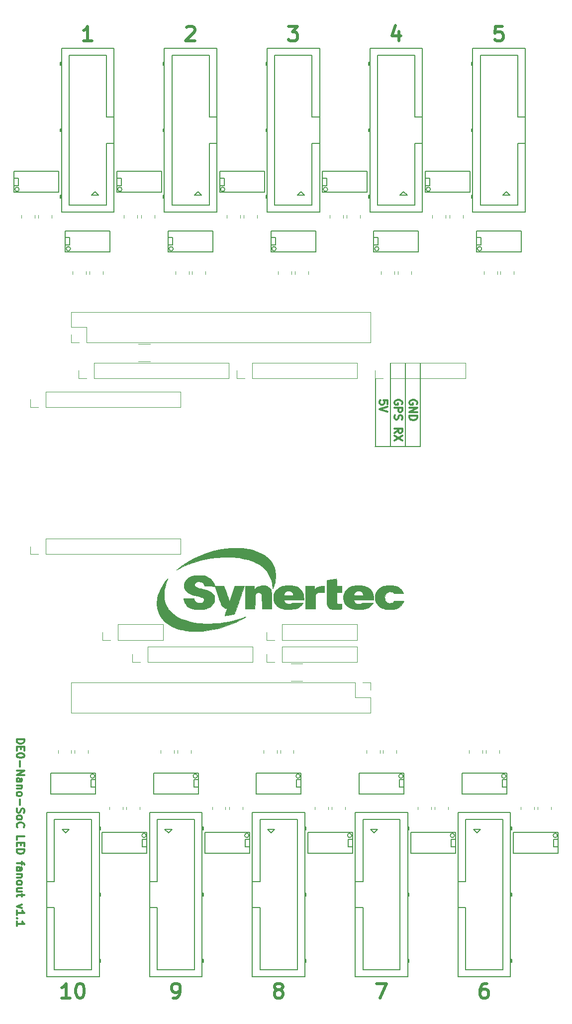
<source format=gto>
G04 #@! TF.FileFunction,Legend,Top*
%FSLAX46Y46*%
G04 Gerber Fmt 4.6, Leading zero omitted, Abs format (unit mm)*
G04 Created by KiCad (PCBNEW 4.0.7-e2-6376~58~ubuntu16.04.1) date Fri Feb  9 15:47:21 2018*
%MOMM*%
%LPD*%
G01*
G04 APERTURE LIST*
%ADD10C,0.100000*%
%ADD11C,0.150000*%
%ADD12C,0.300000*%
%ADD13C,0.500000*%
%ADD14C,0.120000*%
%ADD15C,0.010000*%
G04 APERTURE END LIST*
D10*
D11*
X132270000Y-89940000D02*
X132270000Y-75670000D01*
X134810000Y-89940000D02*
X134810000Y-75670000D01*
X137350000Y-89940000D02*
X137350000Y-75670000D01*
X129650000Y-89940000D02*
X137350000Y-89940000D01*
X129685000Y-78340000D02*
X129685000Y-89940000D01*
D12*
X131711905Y-82702381D02*
X131711905Y-82083334D01*
X131092857Y-82021429D01*
X131154762Y-82083334D01*
X131216667Y-82207143D01*
X131216667Y-82516667D01*
X131154762Y-82640477D01*
X131092857Y-82702381D01*
X130969048Y-82764286D01*
X130659524Y-82764286D01*
X130535714Y-82702381D01*
X130473810Y-82640477D01*
X130411905Y-82516667D01*
X130411905Y-82207143D01*
X130473810Y-82083334D01*
X130535714Y-82021429D01*
X131711905Y-83135715D02*
X130411905Y-83569048D01*
X131711905Y-84002381D01*
X136730000Y-82709524D02*
X136791905Y-82585715D01*
X136791905Y-82400000D01*
X136730000Y-82214286D01*
X136606190Y-82090477D01*
X136482381Y-82028572D01*
X136234762Y-81966667D01*
X136049048Y-81966667D01*
X135801429Y-82028572D01*
X135677619Y-82090477D01*
X135553810Y-82214286D01*
X135491905Y-82400000D01*
X135491905Y-82523810D01*
X135553810Y-82709524D01*
X135615714Y-82771429D01*
X136049048Y-82771429D01*
X136049048Y-82523810D01*
X135491905Y-83328572D02*
X136791905Y-83328572D01*
X135491905Y-84071429D01*
X136791905Y-84071429D01*
X135491905Y-84690477D02*
X136791905Y-84690477D01*
X136791905Y-85000001D01*
X136730000Y-85185715D01*
X136606190Y-85309524D01*
X136482381Y-85371429D01*
X136234762Y-85433334D01*
X136049048Y-85433334D01*
X135801429Y-85371429D01*
X135677619Y-85309524D01*
X135553810Y-85185715D01*
X135491905Y-85000001D01*
X135491905Y-84690477D01*
X134190000Y-82707143D02*
X134251905Y-82583334D01*
X134251905Y-82397619D01*
X134190000Y-82211905D01*
X134066190Y-82088096D01*
X133942381Y-82026191D01*
X133694762Y-81964286D01*
X133509048Y-81964286D01*
X133261429Y-82026191D01*
X133137619Y-82088096D01*
X133013810Y-82211905D01*
X132951905Y-82397619D01*
X132951905Y-82521429D01*
X133013810Y-82707143D01*
X133075714Y-82769048D01*
X133509048Y-82769048D01*
X133509048Y-82521429D01*
X132951905Y-83326191D02*
X134251905Y-83326191D01*
X134251905Y-83821429D01*
X134190000Y-83945238D01*
X134128095Y-84007143D01*
X134004286Y-84069048D01*
X133818571Y-84069048D01*
X133694762Y-84007143D01*
X133632857Y-83945238D01*
X133570952Y-83821429D01*
X133570952Y-83326191D01*
X133013810Y-84564286D02*
X132951905Y-84750000D01*
X132951905Y-85059524D01*
X133013810Y-85183334D01*
X133075714Y-85245238D01*
X133199524Y-85307143D01*
X133323333Y-85307143D01*
X133447143Y-85245238D01*
X133509048Y-85183334D01*
X133570952Y-85059524D01*
X133632857Y-84811905D01*
X133694762Y-84688096D01*
X133756667Y-84626191D01*
X133880476Y-84564286D01*
X134004286Y-84564286D01*
X134128095Y-84626191D01*
X134190000Y-84688096D01*
X134251905Y-84811905D01*
X134251905Y-85121429D01*
X134190000Y-85307143D01*
X132951905Y-87597619D02*
X133570952Y-87164286D01*
X132951905Y-86854762D02*
X134251905Y-86854762D01*
X134251905Y-87350000D01*
X134190000Y-87473809D01*
X134128095Y-87535714D01*
X134004286Y-87597619D01*
X133818571Y-87597619D01*
X133694762Y-87535714D01*
X133632857Y-87473809D01*
X133570952Y-87350000D01*
X133570952Y-86854762D01*
X134251905Y-88030952D02*
X132951905Y-88897619D01*
X134251905Y-88897619D02*
X132951905Y-88030952D01*
X68651905Y-139692384D02*
X69951905Y-139692384D01*
X69951905Y-140001908D01*
X69890000Y-140187622D01*
X69766190Y-140311431D01*
X69642381Y-140373336D01*
X69394762Y-140435241D01*
X69209048Y-140435241D01*
X68961429Y-140373336D01*
X68837619Y-140311431D01*
X68713810Y-140187622D01*
X68651905Y-140001908D01*
X68651905Y-139692384D01*
X69332857Y-140992384D02*
X69332857Y-141425717D01*
X68651905Y-141611431D02*
X68651905Y-140992384D01*
X69951905Y-140992384D01*
X69951905Y-141611431D01*
X69951905Y-142416193D02*
X69951905Y-142540002D01*
X69890000Y-142663812D01*
X69828095Y-142725717D01*
X69704286Y-142787621D01*
X69456667Y-142849526D01*
X69147143Y-142849526D01*
X68899524Y-142787621D01*
X68775714Y-142725717D01*
X68713810Y-142663812D01*
X68651905Y-142540002D01*
X68651905Y-142416193D01*
X68713810Y-142292383D01*
X68775714Y-142230479D01*
X68899524Y-142168574D01*
X69147143Y-142106669D01*
X69456667Y-142106669D01*
X69704286Y-142168574D01*
X69828095Y-142230479D01*
X69890000Y-142292383D01*
X69951905Y-142416193D01*
X69147143Y-143406669D02*
X69147143Y-144397145D01*
X68651905Y-145016193D02*
X69951905Y-145016193D01*
X68651905Y-145759050D01*
X69951905Y-145759050D01*
X68651905Y-146935241D02*
X69332857Y-146935241D01*
X69456667Y-146873336D01*
X69518571Y-146749526D01*
X69518571Y-146501907D01*
X69456667Y-146378098D01*
X68713810Y-146935241D02*
X68651905Y-146811431D01*
X68651905Y-146501907D01*
X68713810Y-146378098D01*
X68837619Y-146316193D01*
X68961429Y-146316193D01*
X69085238Y-146378098D01*
X69147143Y-146501907D01*
X69147143Y-146811431D01*
X69209048Y-146935241D01*
X69518571Y-147554288D02*
X68651905Y-147554288D01*
X69394762Y-147554288D02*
X69456667Y-147616193D01*
X69518571Y-147740002D01*
X69518571Y-147925716D01*
X69456667Y-148049526D01*
X69332857Y-148111431D01*
X68651905Y-148111431D01*
X68651905Y-148916192D02*
X68713810Y-148792383D01*
X68775714Y-148730478D01*
X68899524Y-148668573D01*
X69270952Y-148668573D01*
X69394762Y-148730478D01*
X69456667Y-148792383D01*
X69518571Y-148916192D01*
X69518571Y-149101906D01*
X69456667Y-149225716D01*
X69394762Y-149287621D01*
X69270952Y-149349525D01*
X68899524Y-149349525D01*
X68775714Y-149287621D01*
X68713810Y-149225716D01*
X68651905Y-149101906D01*
X68651905Y-148916192D01*
X69147143Y-149906668D02*
X69147143Y-150897144D01*
X68713810Y-151454287D02*
X68651905Y-151640001D01*
X68651905Y-151949525D01*
X68713810Y-152073335D01*
X68775714Y-152135239D01*
X68899524Y-152197144D01*
X69023333Y-152197144D01*
X69147143Y-152135239D01*
X69209048Y-152073335D01*
X69270952Y-151949525D01*
X69332857Y-151701906D01*
X69394762Y-151578097D01*
X69456667Y-151516192D01*
X69580476Y-151454287D01*
X69704286Y-151454287D01*
X69828095Y-151516192D01*
X69890000Y-151578097D01*
X69951905Y-151701906D01*
X69951905Y-152011430D01*
X69890000Y-152197144D01*
X68651905Y-152940001D02*
X68713810Y-152816192D01*
X68775714Y-152754287D01*
X68899524Y-152692382D01*
X69270952Y-152692382D01*
X69394762Y-152754287D01*
X69456667Y-152816192D01*
X69518571Y-152940001D01*
X69518571Y-153125715D01*
X69456667Y-153249525D01*
X69394762Y-153311430D01*
X69270952Y-153373334D01*
X68899524Y-153373334D01*
X68775714Y-153311430D01*
X68713810Y-153249525D01*
X68651905Y-153125715D01*
X68651905Y-152940001D01*
X68775714Y-154673334D02*
X68713810Y-154611429D01*
X68651905Y-154425715D01*
X68651905Y-154301905D01*
X68713810Y-154116191D01*
X68837619Y-153992382D01*
X68961429Y-153930477D01*
X69209048Y-153868572D01*
X69394762Y-153868572D01*
X69642381Y-153930477D01*
X69766190Y-153992382D01*
X69890000Y-154116191D01*
X69951905Y-154301905D01*
X69951905Y-154425715D01*
X69890000Y-154611429D01*
X69828095Y-154673334D01*
X68651905Y-156840000D02*
X68651905Y-156220953D01*
X69951905Y-156220953D01*
X69332857Y-157273334D02*
X69332857Y-157706667D01*
X68651905Y-157892381D02*
X68651905Y-157273334D01*
X69951905Y-157273334D01*
X69951905Y-157892381D01*
X68651905Y-158449524D02*
X69951905Y-158449524D01*
X69951905Y-158759048D01*
X69890000Y-158944762D01*
X69766190Y-159068571D01*
X69642381Y-159130476D01*
X69394762Y-159192381D01*
X69209048Y-159192381D01*
X68961429Y-159130476D01*
X68837619Y-159068571D01*
X68713810Y-158944762D01*
X68651905Y-158759048D01*
X68651905Y-158449524D01*
X69518571Y-160554286D02*
X69518571Y-161049524D01*
X68651905Y-160740000D02*
X69766190Y-160740000D01*
X69890000Y-160801905D01*
X69951905Y-160925714D01*
X69951905Y-161049524D01*
X68651905Y-162040000D02*
X69332857Y-162040000D01*
X69456667Y-161978095D01*
X69518571Y-161854285D01*
X69518571Y-161606666D01*
X69456667Y-161482857D01*
X68713810Y-162040000D02*
X68651905Y-161916190D01*
X68651905Y-161606666D01*
X68713810Y-161482857D01*
X68837619Y-161420952D01*
X68961429Y-161420952D01*
X69085238Y-161482857D01*
X69147143Y-161606666D01*
X69147143Y-161916190D01*
X69209048Y-162040000D01*
X69518571Y-162659047D02*
X68651905Y-162659047D01*
X69394762Y-162659047D02*
X69456667Y-162720952D01*
X69518571Y-162844761D01*
X69518571Y-163030475D01*
X69456667Y-163154285D01*
X69332857Y-163216190D01*
X68651905Y-163216190D01*
X68651905Y-164020951D02*
X68713810Y-163897142D01*
X68775714Y-163835237D01*
X68899524Y-163773332D01*
X69270952Y-163773332D01*
X69394762Y-163835237D01*
X69456667Y-163897142D01*
X69518571Y-164020951D01*
X69518571Y-164206665D01*
X69456667Y-164330475D01*
X69394762Y-164392380D01*
X69270952Y-164454284D01*
X68899524Y-164454284D01*
X68775714Y-164392380D01*
X68713810Y-164330475D01*
X68651905Y-164206665D01*
X68651905Y-164020951D01*
X69518571Y-165568570D02*
X68651905Y-165568570D01*
X69518571Y-165011427D02*
X68837619Y-165011427D01*
X68713810Y-165073332D01*
X68651905Y-165197141D01*
X68651905Y-165382855D01*
X68713810Y-165506665D01*
X68775714Y-165568570D01*
X69518571Y-166001903D02*
X69518571Y-166497141D01*
X69951905Y-166187617D02*
X68837619Y-166187617D01*
X68713810Y-166249522D01*
X68651905Y-166373331D01*
X68651905Y-166497141D01*
X69518571Y-167797140D02*
X68651905Y-168106664D01*
X69518571Y-168416188D01*
X68651905Y-169592378D02*
X68651905Y-168849521D01*
X68651905Y-169220950D02*
X69951905Y-169220950D01*
X69766190Y-169097140D01*
X69642381Y-168973331D01*
X69580476Y-168849521D01*
X68775714Y-170149521D02*
X68713810Y-170211426D01*
X68651905Y-170149521D01*
X68713810Y-170087616D01*
X68775714Y-170149521D01*
X68651905Y-170149521D01*
X68651905Y-171449521D02*
X68651905Y-170706664D01*
X68651905Y-171078093D02*
X69951905Y-171078093D01*
X69766190Y-170954283D01*
X69642381Y-170830474D01*
X69580476Y-170706664D01*
D13*
X77753810Y-183730952D02*
X76325238Y-183730952D01*
X77039524Y-183730952D02*
X77039524Y-181230952D01*
X76801429Y-181588095D01*
X76563334Y-181826190D01*
X76325238Y-181945238D01*
X79301429Y-181230952D02*
X79539524Y-181230952D01*
X79777619Y-181350000D01*
X79896667Y-181469048D01*
X80015714Y-181707143D01*
X80134762Y-182183333D01*
X80134762Y-182778571D01*
X80015714Y-183254762D01*
X79896667Y-183492857D01*
X79777619Y-183611905D01*
X79539524Y-183730952D01*
X79301429Y-183730952D01*
X79063333Y-183611905D01*
X78944286Y-183492857D01*
X78825238Y-183254762D01*
X78706190Y-182778571D01*
X78706190Y-182183333D01*
X78825238Y-181707143D01*
X78944286Y-181469048D01*
X79063333Y-181350000D01*
X79301429Y-181230952D01*
X95253810Y-183730952D02*
X95730000Y-183730952D01*
X95968095Y-183611905D01*
X96087143Y-183492857D01*
X96325238Y-183135714D01*
X96444286Y-182659524D01*
X96444286Y-181707143D01*
X96325238Y-181469048D01*
X96206191Y-181350000D01*
X95968095Y-181230952D01*
X95491905Y-181230952D01*
X95253810Y-181350000D01*
X95134762Y-181469048D01*
X95015714Y-181707143D01*
X95015714Y-182302381D01*
X95134762Y-182540476D01*
X95253810Y-182659524D01*
X95491905Y-182778571D01*
X95968095Y-182778571D01*
X96206191Y-182659524D01*
X96325238Y-182540476D01*
X96444286Y-182302381D01*
X112991905Y-182302381D02*
X112753810Y-182183333D01*
X112634762Y-182064286D01*
X112515714Y-181826190D01*
X112515714Y-181707143D01*
X112634762Y-181469048D01*
X112753810Y-181350000D01*
X112991905Y-181230952D01*
X113468095Y-181230952D01*
X113706191Y-181350000D01*
X113825238Y-181469048D01*
X113944286Y-181707143D01*
X113944286Y-181826190D01*
X113825238Y-182064286D01*
X113706191Y-182183333D01*
X113468095Y-182302381D01*
X112991905Y-182302381D01*
X112753810Y-182421429D01*
X112634762Y-182540476D01*
X112515714Y-182778571D01*
X112515714Y-183254762D01*
X112634762Y-183492857D01*
X112753810Y-183611905D01*
X112991905Y-183730952D01*
X113468095Y-183730952D01*
X113706191Y-183611905D01*
X113825238Y-183492857D01*
X113944286Y-183254762D01*
X113944286Y-182778571D01*
X113825238Y-182540476D01*
X113706191Y-182421429D01*
X113468095Y-182302381D01*
X129896667Y-181230952D02*
X131563334Y-181230952D01*
X130491905Y-183730952D01*
X148706191Y-181230952D02*
X148230000Y-181230952D01*
X147991905Y-181350000D01*
X147872857Y-181469048D01*
X147634762Y-181826190D01*
X147515714Y-182302381D01*
X147515714Y-183254762D01*
X147634762Y-183492857D01*
X147753810Y-183611905D01*
X147991905Y-183730952D01*
X148468095Y-183730952D01*
X148706191Y-183611905D01*
X148825238Y-183492857D01*
X148944286Y-183254762D01*
X148944286Y-182659524D01*
X148825238Y-182421429D01*
X148706191Y-182302381D01*
X148468095Y-182183333D01*
X147991905Y-182183333D01*
X147753810Y-182302381D01*
X147634762Y-182421429D01*
X147515714Y-182659524D01*
X151325238Y-18430952D02*
X150134762Y-18430952D01*
X150015714Y-19621429D01*
X150134762Y-19502381D01*
X150372857Y-19383333D01*
X150968095Y-19383333D01*
X151206191Y-19502381D01*
X151325238Y-19621429D01*
X151444286Y-19859524D01*
X151444286Y-20454762D01*
X151325238Y-20692857D01*
X151206191Y-20811905D01*
X150968095Y-20930952D01*
X150372857Y-20930952D01*
X150134762Y-20811905D01*
X150015714Y-20692857D01*
X133706191Y-19264286D02*
X133706191Y-20930952D01*
X133110953Y-18311905D02*
X132515714Y-20097619D01*
X134063334Y-20097619D01*
X114896667Y-18430952D02*
X116444286Y-18430952D01*
X115610953Y-19383333D01*
X115968095Y-19383333D01*
X116206191Y-19502381D01*
X116325238Y-19621429D01*
X116444286Y-19859524D01*
X116444286Y-20454762D01*
X116325238Y-20692857D01*
X116206191Y-20811905D01*
X115968095Y-20930952D01*
X115253810Y-20930952D01*
X115015714Y-20811905D01*
X114896667Y-20692857D01*
X97515714Y-18669048D02*
X97634762Y-18550000D01*
X97872857Y-18430952D01*
X98468095Y-18430952D01*
X98706191Y-18550000D01*
X98825238Y-18669048D01*
X98944286Y-18907143D01*
X98944286Y-19145238D01*
X98825238Y-19502381D01*
X97396667Y-20930952D01*
X98944286Y-20930952D01*
X81444286Y-20930952D02*
X80015714Y-20930952D01*
X80730000Y-20930952D02*
X80730000Y-18430952D01*
X80491905Y-18788095D01*
X80253810Y-19026190D01*
X80015714Y-19145238D01*
D14*
X126560000Y-126570000D02*
X126560000Y-123910000D01*
X113800000Y-126570000D02*
X126560000Y-126570000D01*
X113800000Y-123910000D02*
X126560000Y-123910000D01*
X113800000Y-126570000D02*
X113800000Y-123910000D01*
X112530000Y-126570000D02*
X111200000Y-126570000D01*
X111200000Y-126570000D02*
X111200000Y-125240000D01*
D11*
X73760000Y-152160000D02*
X82700000Y-152160000D01*
X82700000Y-152160000D02*
X82700000Y-180080000D01*
X82700000Y-180080000D02*
X73760000Y-180080000D01*
X73760000Y-180080000D02*
X73760000Y-152160000D01*
X73760000Y-163895000D02*
X75060000Y-163895000D01*
X75060000Y-163895000D02*
X75060000Y-153360000D01*
X75060000Y-153360000D02*
X81400000Y-153360000D01*
X81400000Y-153360000D02*
X81400000Y-178880000D01*
X81400000Y-178880000D02*
X75060000Y-178880000D01*
X75060000Y-178880000D02*
X75060000Y-168345000D01*
X75060000Y-168345000D02*
X73760000Y-168345000D01*
X82700000Y-165870000D02*
X82900000Y-165870000D01*
X82900000Y-165870000D02*
X82900000Y-166370000D01*
X82900000Y-166370000D02*
X82700000Y-166370000D01*
X82800000Y-165870000D02*
X82800000Y-166370000D01*
X82700000Y-177160000D02*
X82900000Y-177160000D01*
X82900000Y-177160000D02*
X82900000Y-177660000D01*
X82900000Y-177660000D02*
X82700000Y-177660000D01*
X82800000Y-177160000D02*
X82800000Y-177660000D01*
X82700000Y-154580000D02*
X82900000Y-154580000D01*
X82900000Y-154580000D02*
X82900000Y-155080000D01*
X82900000Y-155080000D02*
X82700000Y-155080000D01*
X82800000Y-154580000D02*
X82800000Y-155080000D01*
X76360000Y-155030000D02*
X77560000Y-155030000D01*
X77560000Y-155030000D02*
X76960000Y-155630000D01*
X76960000Y-155630000D02*
X76360000Y-155030000D01*
D14*
X104190000Y-151680000D02*
X104190000Y-151180000D01*
X101910000Y-151680000D02*
X101910000Y-151180000D01*
X77920000Y-130010000D02*
X77920000Y-135210000D01*
X126240000Y-130010000D02*
X77920000Y-130010000D01*
X128840000Y-135210000D02*
X77920000Y-135210000D01*
X126240000Y-130010000D02*
X126240000Y-132610000D01*
X126240000Y-132610000D02*
X128840000Y-132610000D01*
X128840000Y-132610000D02*
X128840000Y-135210000D01*
X127510000Y-130010000D02*
X128840000Y-130010000D01*
X128840000Y-130010000D02*
X128840000Y-131340000D01*
D11*
X137700000Y-50070000D02*
X128760000Y-50070000D01*
X128760000Y-50070000D02*
X128760000Y-22150000D01*
X128760000Y-22150000D02*
X137700000Y-22150000D01*
X137700000Y-22150000D02*
X137700000Y-50070000D01*
X137700000Y-38335000D02*
X136400000Y-38335000D01*
X136400000Y-38335000D02*
X136400000Y-48870000D01*
X136400000Y-48870000D02*
X130060000Y-48870000D01*
X130060000Y-48870000D02*
X130060000Y-23350000D01*
X130060000Y-23350000D02*
X136400000Y-23350000D01*
X136400000Y-23350000D02*
X136400000Y-33885000D01*
X136400000Y-33885000D02*
X137700000Y-33885000D01*
X128760000Y-36360000D02*
X128560000Y-36360000D01*
X128560000Y-36360000D02*
X128560000Y-35860000D01*
X128560000Y-35860000D02*
X128760000Y-35860000D01*
X128660000Y-36360000D02*
X128660000Y-35860000D01*
X128760000Y-25070000D02*
X128560000Y-25070000D01*
X128560000Y-25070000D02*
X128560000Y-24570000D01*
X128560000Y-24570000D02*
X128760000Y-24570000D01*
X128660000Y-25070000D02*
X128660000Y-24570000D01*
X128760000Y-47650000D02*
X128560000Y-47650000D01*
X128560000Y-47650000D02*
X128560000Y-47150000D01*
X128560000Y-47150000D02*
X128760000Y-47150000D01*
X128660000Y-47650000D02*
X128660000Y-47150000D01*
X135100000Y-47200000D02*
X133900000Y-47200000D01*
X133900000Y-47200000D02*
X134500000Y-46600000D01*
X134500000Y-46600000D02*
X135100000Y-47200000D01*
X120200000Y-50070000D02*
X111260000Y-50070000D01*
X111260000Y-50070000D02*
X111260000Y-22150000D01*
X111260000Y-22150000D02*
X120200000Y-22150000D01*
X120200000Y-22150000D02*
X120200000Y-50070000D01*
X120200000Y-38335000D02*
X118900000Y-38335000D01*
X118900000Y-38335000D02*
X118900000Y-48870000D01*
X118900000Y-48870000D02*
X112560000Y-48870000D01*
X112560000Y-48870000D02*
X112560000Y-23350000D01*
X112560000Y-23350000D02*
X118900000Y-23350000D01*
X118900000Y-23350000D02*
X118900000Y-33885000D01*
X118900000Y-33885000D02*
X120200000Y-33885000D01*
X111260000Y-36360000D02*
X111060000Y-36360000D01*
X111060000Y-36360000D02*
X111060000Y-35860000D01*
X111060000Y-35860000D02*
X111260000Y-35860000D01*
X111160000Y-36360000D02*
X111160000Y-35860000D01*
X111260000Y-25070000D02*
X111060000Y-25070000D01*
X111060000Y-25070000D02*
X111060000Y-24570000D01*
X111060000Y-24570000D02*
X111260000Y-24570000D01*
X111160000Y-25070000D02*
X111160000Y-24570000D01*
X111260000Y-47650000D02*
X111060000Y-47650000D01*
X111060000Y-47650000D02*
X111060000Y-47150000D01*
X111060000Y-47150000D02*
X111260000Y-47150000D01*
X111160000Y-47650000D02*
X111160000Y-47150000D01*
X117600000Y-47200000D02*
X116400000Y-47200000D01*
X116400000Y-47200000D02*
X117000000Y-46600000D01*
X117000000Y-46600000D02*
X117600000Y-47200000D01*
X110810000Y-43122000D02*
X103190000Y-43122000D01*
X103190000Y-46678000D02*
X110810000Y-46678000D01*
X110810000Y-43122000D02*
X110810000Y-46678000D01*
X103190000Y-46678000D02*
X103190000Y-43122000D01*
X104057210Y-46170000D02*
G75*
G03X104057210Y-46170000I-359210J0D01*
G01*
X103190000Y-44265000D02*
X103952000Y-44265000D01*
X103952000Y-44265000D02*
X103952000Y-45535000D01*
X103952000Y-45535000D02*
X103190000Y-45535000D01*
X93310000Y-43122000D02*
X85690000Y-43122000D01*
X85690000Y-46678000D02*
X93310000Y-46678000D01*
X93310000Y-43122000D02*
X93310000Y-46678000D01*
X85690000Y-46678000D02*
X85690000Y-43122000D01*
X86557210Y-46170000D02*
G75*
G03X86557210Y-46170000I-359210J0D01*
G01*
X85690000Y-44265000D02*
X86452000Y-44265000D01*
X86452000Y-44265000D02*
X86452000Y-45535000D01*
X86452000Y-45535000D02*
X85690000Y-45535000D01*
D14*
X128840000Y-72220000D02*
X128840000Y-67020000D01*
X80520000Y-72220000D02*
X128840000Y-72220000D01*
X77920000Y-67020000D02*
X128840000Y-67020000D01*
X80520000Y-72220000D02*
X80520000Y-69620000D01*
X80520000Y-69620000D02*
X77920000Y-69620000D01*
X77920000Y-69620000D02*
X77920000Y-67020000D01*
X79250000Y-72220000D02*
X77920000Y-72220000D01*
X77920000Y-72220000D02*
X77920000Y-70890000D01*
D11*
X102700000Y-50070000D02*
X93760000Y-50070000D01*
X93760000Y-50070000D02*
X93760000Y-22150000D01*
X93760000Y-22150000D02*
X102700000Y-22150000D01*
X102700000Y-22150000D02*
X102700000Y-50070000D01*
X102700000Y-38335000D02*
X101400000Y-38335000D01*
X101400000Y-38335000D02*
X101400000Y-48870000D01*
X101400000Y-48870000D02*
X95060000Y-48870000D01*
X95060000Y-48870000D02*
X95060000Y-23350000D01*
X95060000Y-23350000D02*
X101400000Y-23350000D01*
X101400000Y-23350000D02*
X101400000Y-33885000D01*
X101400000Y-33885000D02*
X102700000Y-33885000D01*
X93760000Y-36360000D02*
X93560000Y-36360000D01*
X93560000Y-36360000D02*
X93560000Y-35860000D01*
X93560000Y-35860000D02*
X93760000Y-35860000D01*
X93660000Y-36360000D02*
X93660000Y-35860000D01*
X93760000Y-25070000D02*
X93560000Y-25070000D01*
X93560000Y-25070000D02*
X93560000Y-24570000D01*
X93560000Y-24570000D02*
X93760000Y-24570000D01*
X93660000Y-25070000D02*
X93660000Y-24570000D01*
X93760000Y-47650000D02*
X93560000Y-47650000D01*
X93560000Y-47650000D02*
X93560000Y-47150000D01*
X93560000Y-47150000D02*
X93760000Y-47150000D01*
X93660000Y-47650000D02*
X93660000Y-47150000D01*
X100100000Y-47200000D02*
X98900000Y-47200000D01*
X98900000Y-47200000D02*
X99500000Y-46600000D01*
X99500000Y-46600000D02*
X100100000Y-47200000D01*
D14*
X107310000Y-50550000D02*
X107310000Y-51050000D01*
X109590000Y-50550000D02*
X109590000Y-51050000D01*
D11*
X85200000Y-50070000D02*
X76260000Y-50070000D01*
X76260000Y-50070000D02*
X76260000Y-22150000D01*
X76260000Y-22150000D02*
X85200000Y-22150000D01*
X85200000Y-22150000D02*
X85200000Y-50070000D01*
X85200000Y-38335000D02*
X83900000Y-38335000D01*
X83900000Y-38335000D02*
X83900000Y-48870000D01*
X83900000Y-48870000D02*
X77560000Y-48870000D01*
X77560000Y-48870000D02*
X77560000Y-23350000D01*
X77560000Y-23350000D02*
X83900000Y-23350000D01*
X83900000Y-23350000D02*
X83900000Y-33885000D01*
X83900000Y-33885000D02*
X85200000Y-33885000D01*
X76260000Y-36360000D02*
X76060000Y-36360000D01*
X76060000Y-36360000D02*
X76060000Y-35860000D01*
X76060000Y-35860000D02*
X76260000Y-35860000D01*
X76160000Y-36360000D02*
X76160000Y-35860000D01*
X76260000Y-25070000D02*
X76060000Y-25070000D01*
X76060000Y-25070000D02*
X76060000Y-24570000D01*
X76060000Y-24570000D02*
X76260000Y-24570000D01*
X76160000Y-25070000D02*
X76160000Y-24570000D01*
X76260000Y-47650000D02*
X76060000Y-47650000D01*
X76060000Y-47650000D02*
X76060000Y-47150000D01*
X76060000Y-47150000D02*
X76260000Y-47150000D01*
X76160000Y-47650000D02*
X76160000Y-47150000D01*
X82600000Y-47200000D02*
X81400000Y-47200000D01*
X81400000Y-47200000D02*
X82000000Y-46600000D01*
X82000000Y-46600000D02*
X82600000Y-47200000D01*
X155200000Y-50070000D02*
X146260000Y-50070000D01*
X146260000Y-50070000D02*
X146260000Y-22150000D01*
X146260000Y-22150000D02*
X155200000Y-22150000D01*
X155200000Y-22150000D02*
X155200000Y-50070000D01*
X155200000Y-38335000D02*
X153900000Y-38335000D01*
X153900000Y-38335000D02*
X153900000Y-48870000D01*
X153900000Y-48870000D02*
X147560000Y-48870000D01*
X147560000Y-48870000D02*
X147560000Y-23350000D01*
X147560000Y-23350000D02*
X153900000Y-23350000D01*
X153900000Y-23350000D02*
X153900000Y-33885000D01*
X153900000Y-33885000D02*
X155200000Y-33885000D01*
X146260000Y-36360000D02*
X146060000Y-36360000D01*
X146060000Y-36360000D02*
X146060000Y-35860000D01*
X146060000Y-35860000D02*
X146260000Y-35860000D01*
X146160000Y-36360000D02*
X146160000Y-35860000D01*
X146260000Y-25070000D02*
X146060000Y-25070000D01*
X146060000Y-25070000D02*
X146060000Y-24570000D01*
X146060000Y-24570000D02*
X146260000Y-24570000D01*
X146160000Y-25070000D02*
X146160000Y-24570000D01*
X146260000Y-47650000D02*
X146060000Y-47650000D01*
X146060000Y-47650000D02*
X146060000Y-47150000D01*
X146060000Y-47150000D02*
X146260000Y-47150000D01*
X146160000Y-47650000D02*
X146160000Y-47150000D01*
X152600000Y-47200000D02*
X151400000Y-47200000D01*
X151400000Y-47200000D02*
X152000000Y-46600000D01*
X152000000Y-46600000D02*
X152600000Y-47200000D01*
D14*
X104410000Y-50550000D02*
X104410000Y-51050000D01*
X106690000Y-50550000D02*
X106690000Y-51050000D01*
X104710000Y-78310000D02*
X104710000Y-75650000D01*
X81790000Y-78310000D02*
X104710000Y-78310000D01*
X81790000Y-75650000D02*
X104710000Y-75650000D01*
X81790000Y-78310000D02*
X81790000Y-75650000D01*
X80520000Y-78310000D02*
X79190000Y-78310000D01*
X79190000Y-78310000D02*
X79190000Y-76980000D01*
X126560000Y-78310000D02*
X126560000Y-75650000D01*
X108720000Y-78310000D02*
X126560000Y-78310000D01*
X108720000Y-75650000D02*
X126560000Y-75650000D01*
X108720000Y-78310000D02*
X108720000Y-75650000D01*
X107450000Y-78310000D02*
X106120000Y-78310000D01*
X106120000Y-78310000D02*
X106120000Y-76980000D01*
X89810000Y-50550000D02*
X89810000Y-51050000D01*
X92090000Y-50550000D02*
X92090000Y-51050000D01*
X86910000Y-50550000D02*
X86910000Y-51050000D01*
X89190000Y-50550000D02*
X89190000Y-51050000D01*
X72310000Y-50550000D02*
X72310000Y-51050000D01*
X74590000Y-50550000D02*
X74590000Y-51050000D01*
X69410000Y-50550000D02*
X69410000Y-51050000D01*
X71690000Y-50550000D02*
X71690000Y-51050000D01*
D11*
X75810000Y-43122000D02*
X68190000Y-43122000D01*
X68190000Y-46678000D02*
X75810000Y-46678000D01*
X75810000Y-43122000D02*
X75810000Y-46678000D01*
X68190000Y-46678000D02*
X68190000Y-43122000D01*
X69057210Y-46170000D02*
G75*
G03X69057210Y-46170000I-359210J0D01*
G01*
X68190000Y-44265000D02*
X68952000Y-44265000D01*
X68952000Y-44265000D02*
X68952000Y-45535000D01*
X68952000Y-45535000D02*
X68190000Y-45535000D01*
D14*
X116010000Y-60150000D02*
X116010000Y-60650000D01*
X118290000Y-60150000D02*
X118290000Y-60650000D01*
X113160000Y-60150000D02*
X113160000Y-60650000D01*
X115440000Y-60150000D02*
X115440000Y-60650000D01*
D11*
X119540000Y-53222000D02*
X111920000Y-53222000D01*
X111920000Y-56778000D02*
X119540000Y-56778000D01*
X119540000Y-53222000D02*
X119540000Y-56778000D01*
X111920000Y-56778000D02*
X111920000Y-53222000D01*
X112787210Y-56270000D02*
G75*
G03X112787210Y-56270000I-359210J0D01*
G01*
X111920000Y-54365000D02*
X112682000Y-54365000D01*
X112682000Y-54365000D02*
X112682000Y-55635000D01*
X112682000Y-55635000D02*
X111920000Y-55635000D01*
D14*
X81010000Y-60150000D02*
X81010000Y-60650000D01*
X83290000Y-60150000D02*
X83290000Y-60650000D01*
X78160000Y-60150000D02*
X78160000Y-60650000D01*
X80440000Y-60150000D02*
X80440000Y-60650000D01*
D11*
X84540000Y-53222000D02*
X76920000Y-53222000D01*
X76920000Y-56778000D02*
X84540000Y-56778000D01*
X84540000Y-53222000D02*
X84540000Y-56778000D01*
X76920000Y-56778000D02*
X76920000Y-53222000D01*
X77787210Y-56270000D02*
G75*
G03X77787210Y-56270000I-359210J0D01*
G01*
X76920000Y-54365000D02*
X77682000Y-54365000D01*
X77682000Y-54365000D02*
X77682000Y-55635000D01*
X77682000Y-55635000D02*
X76920000Y-55635000D01*
D14*
X98510000Y-60150000D02*
X98510000Y-60650000D01*
X100790000Y-60150000D02*
X100790000Y-60650000D01*
X95660000Y-60150000D02*
X95660000Y-60650000D01*
X97940000Y-60150000D02*
X97940000Y-60650000D01*
D11*
X102040000Y-53222000D02*
X94420000Y-53222000D01*
X94420000Y-56778000D02*
X102040000Y-56778000D01*
X102040000Y-53222000D02*
X102040000Y-56778000D01*
X94420000Y-56778000D02*
X94420000Y-53222000D01*
X95287210Y-56270000D02*
G75*
G03X95287210Y-56270000I-359210J0D01*
G01*
X94420000Y-54365000D02*
X95182000Y-54365000D01*
X95182000Y-54365000D02*
X95182000Y-55635000D01*
X95182000Y-55635000D02*
X94420000Y-55635000D01*
D14*
X124810000Y-50550000D02*
X124810000Y-51050000D01*
X127090000Y-50550000D02*
X127090000Y-51050000D01*
X133510000Y-60150000D02*
X133510000Y-60650000D01*
X135790000Y-60150000D02*
X135790000Y-60650000D01*
X121910000Y-50550000D02*
X121910000Y-51050000D01*
X124190000Y-50550000D02*
X124190000Y-51050000D01*
X130660000Y-60150000D02*
X130660000Y-60650000D01*
X132940000Y-60150000D02*
X132940000Y-60650000D01*
X142310000Y-50550000D02*
X142310000Y-51050000D01*
X144590000Y-50550000D02*
X144590000Y-51050000D01*
X151010000Y-60150000D02*
X151010000Y-60650000D01*
X153290000Y-60150000D02*
X153290000Y-60650000D01*
X139410000Y-50550000D02*
X139410000Y-51050000D01*
X141690000Y-50550000D02*
X141690000Y-51050000D01*
X148160000Y-60150000D02*
X148160000Y-60650000D01*
X150440000Y-60150000D02*
X150440000Y-60650000D01*
D11*
X128310000Y-43122000D02*
X120690000Y-43122000D01*
X120690000Y-46678000D02*
X128310000Y-46678000D01*
X128310000Y-43122000D02*
X128310000Y-46678000D01*
X120690000Y-46678000D02*
X120690000Y-43122000D01*
X121557210Y-46170000D02*
G75*
G03X121557210Y-46170000I-359210J0D01*
G01*
X120690000Y-44265000D02*
X121452000Y-44265000D01*
X121452000Y-44265000D02*
X121452000Y-45535000D01*
X121452000Y-45535000D02*
X120690000Y-45535000D01*
X137040000Y-53222000D02*
X129420000Y-53222000D01*
X129420000Y-56778000D02*
X137040000Y-56778000D01*
X137040000Y-53222000D02*
X137040000Y-56778000D01*
X129420000Y-56778000D02*
X129420000Y-53222000D01*
X130287210Y-56270000D02*
G75*
G03X130287210Y-56270000I-359210J0D01*
G01*
X129420000Y-54365000D02*
X130182000Y-54365000D01*
X130182000Y-54365000D02*
X130182000Y-55635000D01*
X130182000Y-55635000D02*
X129420000Y-55635000D01*
X145810000Y-43122000D02*
X138190000Y-43122000D01*
X138190000Y-46678000D02*
X145810000Y-46678000D01*
X145810000Y-43122000D02*
X145810000Y-46678000D01*
X138190000Y-46678000D02*
X138190000Y-43122000D01*
X139057210Y-46170000D02*
G75*
G03X139057210Y-46170000I-359210J0D01*
G01*
X138190000Y-44265000D02*
X138952000Y-44265000D01*
X138952000Y-44265000D02*
X138952000Y-45535000D01*
X138952000Y-45535000D02*
X138190000Y-45535000D01*
X154540000Y-53222000D02*
X146920000Y-53222000D01*
X146920000Y-56778000D02*
X154540000Y-56778000D01*
X154540000Y-53222000D02*
X154540000Y-56778000D01*
X146920000Y-56778000D02*
X146920000Y-53222000D01*
X147787210Y-56270000D02*
G75*
G03X147787210Y-56270000I-359210J0D01*
G01*
X146920000Y-54365000D02*
X147682000Y-54365000D01*
X147682000Y-54365000D02*
X147682000Y-55635000D01*
X147682000Y-55635000D02*
X146920000Y-55635000D01*
D14*
X89350000Y-75420000D02*
X91350000Y-75420000D01*
X91350000Y-72460000D02*
X89350000Y-72460000D01*
X108780000Y-126570000D02*
X108780000Y-123910000D01*
X90940000Y-126570000D02*
X108780000Y-126570000D01*
X90940000Y-123910000D02*
X108780000Y-123910000D01*
X90940000Y-126570000D02*
X90940000Y-123910000D01*
X89670000Y-126570000D02*
X88340000Y-126570000D01*
X88340000Y-126570000D02*
X88340000Y-125240000D01*
D11*
X91260000Y-152160000D02*
X100200000Y-152160000D01*
X100200000Y-152160000D02*
X100200000Y-180080000D01*
X100200000Y-180080000D02*
X91260000Y-180080000D01*
X91260000Y-180080000D02*
X91260000Y-152160000D01*
X91260000Y-163895000D02*
X92560000Y-163895000D01*
X92560000Y-163895000D02*
X92560000Y-153360000D01*
X92560000Y-153360000D02*
X98900000Y-153360000D01*
X98900000Y-153360000D02*
X98900000Y-178880000D01*
X98900000Y-178880000D02*
X92560000Y-178880000D01*
X92560000Y-178880000D02*
X92560000Y-168345000D01*
X92560000Y-168345000D02*
X91260000Y-168345000D01*
X100200000Y-165870000D02*
X100400000Y-165870000D01*
X100400000Y-165870000D02*
X100400000Y-166370000D01*
X100400000Y-166370000D02*
X100200000Y-166370000D01*
X100300000Y-165870000D02*
X100300000Y-166370000D01*
X100200000Y-177160000D02*
X100400000Y-177160000D01*
X100400000Y-177160000D02*
X100400000Y-177660000D01*
X100400000Y-177660000D02*
X100200000Y-177660000D01*
X100300000Y-177160000D02*
X100300000Y-177660000D01*
X100200000Y-154580000D02*
X100400000Y-154580000D01*
X100400000Y-154580000D02*
X100400000Y-155080000D01*
X100400000Y-155080000D02*
X100200000Y-155080000D01*
X100300000Y-154580000D02*
X100300000Y-155080000D01*
X93860000Y-155030000D02*
X95060000Y-155030000D01*
X95060000Y-155030000D02*
X94460000Y-155630000D01*
X94460000Y-155630000D02*
X93860000Y-155030000D01*
X108760000Y-152160000D02*
X117700000Y-152160000D01*
X117700000Y-152160000D02*
X117700000Y-180080000D01*
X117700000Y-180080000D02*
X108760000Y-180080000D01*
X108760000Y-180080000D02*
X108760000Y-152160000D01*
X108760000Y-163895000D02*
X110060000Y-163895000D01*
X110060000Y-163895000D02*
X110060000Y-153360000D01*
X110060000Y-153360000D02*
X116400000Y-153360000D01*
X116400000Y-153360000D02*
X116400000Y-178880000D01*
X116400000Y-178880000D02*
X110060000Y-178880000D01*
X110060000Y-178880000D02*
X110060000Y-168345000D01*
X110060000Y-168345000D02*
X108760000Y-168345000D01*
X117700000Y-165870000D02*
X117900000Y-165870000D01*
X117900000Y-165870000D02*
X117900000Y-166370000D01*
X117900000Y-166370000D02*
X117700000Y-166370000D01*
X117800000Y-165870000D02*
X117800000Y-166370000D01*
X117700000Y-177160000D02*
X117900000Y-177160000D01*
X117900000Y-177160000D02*
X117900000Y-177660000D01*
X117900000Y-177660000D02*
X117700000Y-177660000D01*
X117800000Y-177160000D02*
X117800000Y-177660000D01*
X117700000Y-154580000D02*
X117900000Y-154580000D01*
X117900000Y-154580000D02*
X117900000Y-155080000D01*
X117900000Y-155080000D02*
X117700000Y-155080000D01*
X117800000Y-154580000D02*
X117800000Y-155080000D01*
X111360000Y-155030000D02*
X112560000Y-155030000D01*
X112560000Y-155030000D02*
X111960000Y-155630000D01*
X111960000Y-155630000D02*
X111360000Y-155030000D01*
X126260000Y-152160000D02*
X135200000Y-152160000D01*
X135200000Y-152160000D02*
X135200000Y-180080000D01*
X135200000Y-180080000D02*
X126260000Y-180080000D01*
X126260000Y-180080000D02*
X126260000Y-152160000D01*
X126260000Y-163895000D02*
X127560000Y-163895000D01*
X127560000Y-163895000D02*
X127560000Y-153360000D01*
X127560000Y-153360000D02*
X133900000Y-153360000D01*
X133900000Y-153360000D02*
X133900000Y-178880000D01*
X133900000Y-178880000D02*
X127560000Y-178880000D01*
X127560000Y-178880000D02*
X127560000Y-168345000D01*
X127560000Y-168345000D02*
X126260000Y-168345000D01*
X135200000Y-165870000D02*
X135400000Y-165870000D01*
X135400000Y-165870000D02*
X135400000Y-166370000D01*
X135400000Y-166370000D02*
X135200000Y-166370000D01*
X135300000Y-165870000D02*
X135300000Y-166370000D01*
X135200000Y-177160000D02*
X135400000Y-177160000D01*
X135400000Y-177160000D02*
X135400000Y-177660000D01*
X135400000Y-177660000D02*
X135200000Y-177660000D01*
X135300000Y-177160000D02*
X135300000Y-177660000D01*
X135200000Y-154580000D02*
X135400000Y-154580000D01*
X135400000Y-154580000D02*
X135400000Y-155080000D01*
X135400000Y-155080000D02*
X135200000Y-155080000D01*
X135300000Y-154580000D02*
X135300000Y-155080000D01*
X128860000Y-155030000D02*
X130060000Y-155030000D01*
X130060000Y-155030000D02*
X129460000Y-155630000D01*
X129460000Y-155630000D02*
X128860000Y-155030000D01*
X143760000Y-152160000D02*
X152700000Y-152160000D01*
X152700000Y-152160000D02*
X152700000Y-180080000D01*
X152700000Y-180080000D02*
X143760000Y-180080000D01*
X143760000Y-180080000D02*
X143760000Y-152160000D01*
X143760000Y-163895000D02*
X145060000Y-163895000D01*
X145060000Y-163895000D02*
X145060000Y-153360000D01*
X145060000Y-153360000D02*
X151400000Y-153360000D01*
X151400000Y-153360000D02*
X151400000Y-178880000D01*
X151400000Y-178880000D02*
X145060000Y-178880000D01*
X145060000Y-178880000D02*
X145060000Y-168345000D01*
X145060000Y-168345000D02*
X143760000Y-168345000D01*
X152700000Y-165870000D02*
X152900000Y-165870000D01*
X152900000Y-165870000D02*
X152900000Y-166370000D01*
X152900000Y-166370000D02*
X152700000Y-166370000D01*
X152800000Y-165870000D02*
X152800000Y-166370000D01*
X152700000Y-177160000D02*
X152900000Y-177160000D01*
X152900000Y-177160000D02*
X152900000Y-177660000D01*
X152900000Y-177660000D02*
X152700000Y-177660000D01*
X152800000Y-177160000D02*
X152800000Y-177660000D01*
X152700000Y-154580000D02*
X152900000Y-154580000D01*
X152900000Y-154580000D02*
X152900000Y-155080000D01*
X152900000Y-155080000D02*
X152700000Y-155080000D01*
X152800000Y-154580000D02*
X152800000Y-155080000D01*
X146360000Y-155030000D02*
X147560000Y-155030000D01*
X147560000Y-155030000D02*
X146960000Y-155630000D01*
X146960000Y-155630000D02*
X146360000Y-155030000D01*
D14*
X86690000Y-151680000D02*
X86690000Y-151180000D01*
X84410000Y-151680000D02*
X84410000Y-151180000D01*
X77940000Y-142080000D02*
X77940000Y-141580000D01*
X75660000Y-142080000D02*
X75660000Y-141580000D01*
X89590000Y-151680000D02*
X89590000Y-151180000D01*
X87310000Y-151680000D02*
X87310000Y-151180000D01*
X80790000Y-142080000D02*
X80790000Y-141580000D01*
X78510000Y-142080000D02*
X78510000Y-141580000D01*
X95440000Y-142080000D02*
X95440000Y-141580000D01*
X93160000Y-142080000D02*
X93160000Y-141580000D01*
X107090000Y-151680000D02*
X107090000Y-151180000D01*
X104810000Y-151680000D02*
X104810000Y-151180000D01*
X98290000Y-142080000D02*
X98290000Y-141580000D01*
X96010000Y-142080000D02*
X96010000Y-141580000D01*
X121690000Y-151680000D02*
X121690000Y-151180000D01*
X119410000Y-151680000D02*
X119410000Y-151180000D01*
X112940000Y-142080000D02*
X112940000Y-141580000D01*
X110660000Y-142080000D02*
X110660000Y-141580000D01*
X124590000Y-151680000D02*
X124590000Y-151180000D01*
X122310000Y-151680000D02*
X122310000Y-151180000D01*
X115790000Y-142080000D02*
X115790000Y-141580000D01*
X113510000Y-142080000D02*
X113510000Y-141580000D01*
X139190000Y-151680000D02*
X139190000Y-151180000D01*
X136910000Y-151680000D02*
X136910000Y-151180000D01*
X130440000Y-142080000D02*
X130440000Y-141580000D01*
X128160000Y-142080000D02*
X128160000Y-141580000D01*
X142090000Y-151680000D02*
X142090000Y-151180000D01*
X139810000Y-151680000D02*
X139810000Y-151180000D01*
X133290000Y-142080000D02*
X133290000Y-141580000D01*
X131010000Y-142080000D02*
X131010000Y-141580000D01*
X156690000Y-151680000D02*
X156690000Y-151180000D01*
X154410000Y-151680000D02*
X154410000Y-151180000D01*
X147940000Y-142080000D02*
X147940000Y-141580000D01*
X145660000Y-142080000D02*
X145660000Y-141580000D01*
X159590000Y-151680000D02*
X159590000Y-151180000D01*
X157310000Y-151680000D02*
X157310000Y-151180000D01*
X150790000Y-142080000D02*
X150790000Y-141580000D01*
X148510000Y-142080000D02*
X148510000Y-141580000D01*
D11*
X83190000Y-159108000D02*
X90810000Y-159108000D01*
X90810000Y-155552000D02*
X83190000Y-155552000D01*
X83190000Y-159108000D02*
X83190000Y-155552000D01*
X90810000Y-155552000D02*
X90810000Y-159108000D01*
X90661210Y-156060000D02*
G75*
G03X90661210Y-156060000I-359210J0D01*
G01*
X90810000Y-157965000D02*
X90048000Y-157965000D01*
X90048000Y-157965000D02*
X90048000Y-156695000D01*
X90048000Y-156695000D02*
X90810000Y-156695000D01*
X74420000Y-149008000D02*
X82040000Y-149008000D01*
X82040000Y-145452000D02*
X74420000Y-145452000D01*
X74420000Y-149008000D02*
X74420000Y-145452000D01*
X82040000Y-145452000D02*
X82040000Y-149008000D01*
X81891210Y-145960000D02*
G75*
G03X81891210Y-145960000I-359210J0D01*
G01*
X82040000Y-147865000D02*
X81278000Y-147865000D01*
X81278000Y-147865000D02*
X81278000Y-146595000D01*
X81278000Y-146595000D02*
X82040000Y-146595000D01*
X100690000Y-159108000D02*
X108310000Y-159108000D01*
X108310000Y-155552000D02*
X100690000Y-155552000D01*
X100690000Y-159108000D02*
X100690000Y-155552000D01*
X108310000Y-155552000D02*
X108310000Y-159108000D01*
X108161210Y-156060000D02*
G75*
G03X108161210Y-156060000I-359210J0D01*
G01*
X108310000Y-157965000D02*
X107548000Y-157965000D01*
X107548000Y-157965000D02*
X107548000Y-156695000D01*
X107548000Y-156695000D02*
X108310000Y-156695000D01*
X91920000Y-149008000D02*
X99540000Y-149008000D01*
X99540000Y-145452000D02*
X91920000Y-145452000D01*
X91920000Y-149008000D02*
X91920000Y-145452000D01*
X99540000Y-145452000D02*
X99540000Y-149008000D01*
X99391210Y-145960000D02*
G75*
G03X99391210Y-145960000I-359210J0D01*
G01*
X99540000Y-147865000D02*
X98778000Y-147865000D01*
X98778000Y-147865000D02*
X98778000Y-146595000D01*
X98778000Y-146595000D02*
X99540000Y-146595000D01*
X118190000Y-159108000D02*
X125810000Y-159108000D01*
X125810000Y-155552000D02*
X118190000Y-155552000D01*
X118190000Y-159108000D02*
X118190000Y-155552000D01*
X125810000Y-155552000D02*
X125810000Y-159108000D01*
X125661210Y-156060000D02*
G75*
G03X125661210Y-156060000I-359210J0D01*
G01*
X125810000Y-157965000D02*
X125048000Y-157965000D01*
X125048000Y-157965000D02*
X125048000Y-156695000D01*
X125048000Y-156695000D02*
X125810000Y-156695000D01*
X109420000Y-149008000D02*
X117040000Y-149008000D01*
X117040000Y-145452000D02*
X109420000Y-145452000D01*
X109420000Y-149008000D02*
X109420000Y-145452000D01*
X117040000Y-145452000D02*
X117040000Y-149008000D01*
X116891210Y-145960000D02*
G75*
G03X116891210Y-145960000I-359210J0D01*
G01*
X117040000Y-147865000D02*
X116278000Y-147865000D01*
X116278000Y-147865000D02*
X116278000Y-146595000D01*
X116278000Y-146595000D02*
X117040000Y-146595000D01*
X135690000Y-159108000D02*
X143310000Y-159108000D01*
X143310000Y-155552000D02*
X135690000Y-155552000D01*
X135690000Y-159108000D02*
X135690000Y-155552000D01*
X143310000Y-155552000D02*
X143310000Y-159108000D01*
X143161210Y-156060000D02*
G75*
G03X143161210Y-156060000I-359210J0D01*
G01*
X143310000Y-157965000D02*
X142548000Y-157965000D01*
X142548000Y-157965000D02*
X142548000Y-156695000D01*
X142548000Y-156695000D02*
X143310000Y-156695000D01*
X126920000Y-149008000D02*
X134540000Y-149008000D01*
X134540000Y-145452000D02*
X126920000Y-145452000D01*
X126920000Y-149008000D02*
X126920000Y-145452000D01*
X134540000Y-145452000D02*
X134540000Y-149008000D01*
X134391210Y-145960000D02*
G75*
G03X134391210Y-145960000I-359210J0D01*
G01*
X134540000Y-147865000D02*
X133778000Y-147865000D01*
X133778000Y-147865000D02*
X133778000Y-146595000D01*
X133778000Y-146595000D02*
X134540000Y-146595000D01*
X153190000Y-159108000D02*
X160810000Y-159108000D01*
X160810000Y-155552000D02*
X153190000Y-155552000D01*
X153190000Y-159108000D02*
X153190000Y-155552000D01*
X160810000Y-155552000D02*
X160810000Y-159108000D01*
X160661210Y-156060000D02*
G75*
G03X160661210Y-156060000I-359210J0D01*
G01*
X160810000Y-157965000D02*
X160048000Y-157965000D01*
X160048000Y-157965000D02*
X160048000Y-156695000D01*
X160048000Y-156695000D02*
X160810000Y-156695000D01*
X144420000Y-149008000D02*
X152040000Y-149008000D01*
X152040000Y-145452000D02*
X144420000Y-145452000D01*
X144420000Y-149008000D02*
X144420000Y-145452000D01*
X152040000Y-145452000D02*
X152040000Y-149008000D01*
X151891210Y-145960000D02*
G75*
G03X151891210Y-145960000I-359210J0D01*
G01*
X152040000Y-147865000D02*
X151278000Y-147865000D01*
X151278000Y-147865000D02*
X151278000Y-146595000D01*
X151278000Y-146595000D02*
X152040000Y-146595000D01*
D14*
X117300000Y-126810000D02*
X115300000Y-126810000D01*
X115300000Y-129770000D02*
X117300000Y-129770000D01*
X96490000Y-83230000D02*
X96490000Y-80570000D01*
X73570000Y-83230000D02*
X96490000Y-83230000D01*
X73570000Y-80570000D02*
X96490000Y-80570000D01*
X73570000Y-83230000D02*
X73570000Y-80570000D01*
X72300000Y-83230000D02*
X70970000Y-83230000D01*
X70970000Y-83230000D02*
X70970000Y-81900000D01*
X126560000Y-122830000D02*
X126560000Y-120170000D01*
X113800000Y-122830000D02*
X126560000Y-122830000D01*
X113800000Y-120170000D02*
X126560000Y-120170000D01*
X113800000Y-122830000D02*
X113800000Y-120170000D01*
X112530000Y-122830000D02*
X111200000Y-122830000D01*
X111200000Y-122830000D02*
X111200000Y-121500000D01*
X145030000Y-78310000D02*
X145030000Y-75650000D01*
X132270000Y-78310000D02*
X145030000Y-78310000D01*
X132270000Y-75650000D02*
X145030000Y-75650000D01*
X132270000Y-78310000D02*
X132270000Y-75650000D01*
X131000000Y-78310000D02*
X129670000Y-78310000D01*
X129670000Y-78310000D02*
X129670000Y-76980000D01*
D15*
G36*
X94319555Y-112398251D02*
X94301643Y-112482477D01*
X94251800Y-112629716D01*
X94200286Y-112764075D01*
X93982525Y-113378052D01*
X93812013Y-114006309D01*
X93790009Y-114103000D01*
X93760340Y-114247186D01*
X93738804Y-114383416D01*
X93724198Y-114527753D01*
X93715322Y-114696261D01*
X93710974Y-114905001D01*
X93709952Y-115170037D01*
X93709955Y-115173428D01*
X93710890Y-115424997D01*
X93714119Y-115619246D01*
X93721042Y-115771419D01*
X93733056Y-115896763D01*
X93751560Y-116010522D01*
X93777952Y-116127942D01*
X93808125Y-116243857D01*
X93910157Y-116555988D01*
X94049143Y-116884780D01*
X94212288Y-117203703D01*
X94386797Y-117486226D01*
X94448927Y-117572576D01*
X94802504Y-117982371D01*
X95218704Y-118358387D01*
X95695413Y-118699641D01*
X96230518Y-119005156D01*
X96821906Y-119273949D01*
X97467465Y-119505043D01*
X98165080Y-119697455D01*
X98912639Y-119850207D01*
X99566286Y-119945775D01*
X100014271Y-119988682D01*
X100515966Y-120016370D01*
X101054157Y-120029013D01*
X101611634Y-120026785D01*
X102171186Y-120009859D01*
X102715599Y-119978409D01*
X103227664Y-119932608D01*
X103448857Y-119906609D01*
X104095362Y-119810505D01*
X104751406Y-119687426D01*
X105401504Y-119541232D01*
X106030175Y-119375779D01*
X106621935Y-119194926D01*
X107161303Y-119002530D01*
X107302737Y-118946338D01*
X107474895Y-118879111D01*
X107582457Y-118843968D01*
X107625782Y-118840626D01*
X107605227Y-118868801D01*
X107521151Y-118928208D01*
X107373909Y-119018563D01*
X107163861Y-119139582D01*
X106891364Y-119290981D01*
X106818991Y-119330563D01*
X105947424Y-119770239D01*
X105033628Y-120163318D01*
X104089200Y-120506299D01*
X103125738Y-120795683D01*
X102154840Y-121027968D01*
X101188104Y-121199655D01*
X100280952Y-121303703D01*
X100096212Y-121315099D01*
X99858484Y-121324063D01*
X99584859Y-121330486D01*
X99292431Y-121334255D01*
X98998291Y-121335258D01*
X98719531Y-121333386D01*
X98473245Y-121328525D01*
X98276523Y-121320564D01*
X98223714Y-121317113D01*
X98006941Y-121295500D01*
X97741846Y-121260767D01*
X97450723Y-121216536D01*
X97155865Y-121166433D01*
X96879563Y-121114079D01*
X96644111Y-121063099D01*
X96609000Y-121054646D01*
X95955003Y-120866068D01*
X95351141Y-120634377D01*
X94799274Y-120361241D01*
X94301260Y-120048324D01*
X93858960Y-119697293D01*
X93474234Y-119309814D01*
X93148939Y-118887552D01*
X92884937Y-118432174D01*
X92684086Y-117945346D01*
X92548247Y-117428733D01*
X92545435Y-117414058D01*
X92515199Y-117189928D01*
X92497387Y-116917203D01*
X92491963Y-116618780D01*
X92498893Y-116317559D01*
X92518142Y-116036437D01*
X92547880Y-115808428D01*
X92676026Y-115262527D01*
X92871135Y-114701443D01*
X93130542Y-114130453D01*
X93451583Y-113554830D01*
X93831590Y-112979850D01*
X94259125Y-112421485D01*
X94305420Y-112377699D01*
X94319555Y-112398251D01*
X94319555Y-112398251D01*
G37*
X94319555Y-112398251D02*
X94301643Y-112482477D01*
X94251800Y-112629716D01*
X94200286Y-112764075D01*
X93982525Y-113378052D01*
X93812013Y-114006309D01*
X93790009Y-114103000D01*
X93760340Y-114247186D01*
X93738804Y-114383416D01*
X93724198Y-114527753D01*
X93715322Y-114696261D01*
X93710974Y-114905001D01*
X93709952Y-115170037D01*
X93709955Y-115173428D01*
X93710890Y-115424997D01*
X93714119Y-115619246D01*
X93721042Y-115771419D01*
X93733056Y-115896763D01*
X93751560Y-116010522D01*
X93777952Y-116127942D01*
X93808125Y-116243857D01*
X93910157Y-116555988D01*
X94049143Y-116884780D01*
X94212288Y-117203703D01*
X94386797Y-117486226D01*
X94448927Y-117572576D01*
X94802504Y-117982371D01*
X95218704Y-118358387D01*
X95695413Y-118699641D01*
X96230518Y-119005156D01*
X96821906Y-119273949D01*
X97467465Y-119505043D01*
X98165080Y-119697455D01*
X98912639Y-119850207D01*
X99566286Y-119945775D01*
X100014271Y-119988682D01*
X100515966Y-120016370D01*
X101054157Y-120029013D01*
X101611634Y-120026785D01*
X102171186Y-120009859D01*
X102715599Y-119978409D01*
X103227664Y-119932608D01*
X103448857Y-119906609D01*
X104095362Y-119810505D01*
X104751406Y-119687426D01*
X105401504Y-119541232D01*
X106030175Y-119375779D01*
X106621935Y-119194926D01*
X107161303Y-119002530D01*
X107302737Y-118946338D01*
X107474895Y-118879111D01*
X107582457Y-118843968D01*
X107625782Y-118840626D01*
X107605227Y-118868801D01*
X107521151Y-118928208D01*
X107373909Y-119018563D01*
X107163861Y-119139582D01*
X106891364Y-119290981D01*
X106818991Y-119330563D01*
X105947424Y-119770239D01*
X105033628Y-120163318D01*
X104089200Y-120506299D01*
X103125738Y-120795683D01*
X102154840Y-121027968D01*
X101188104Y-121199655D01*
X100280952Y-121303703D01*
X100096212Y-121315099D01*
X99858484Y-121324063D01*
X99584859Y-121330486D01*
X99292431Y-121334255D01*
X98998291Y-121335258D01*
X98719531Y-121333386D01*
X98473245Y-121328525D01*
X98276523Y-121320564D01*
X98223714Y-121317113D01*
X98006941Y-121295500D01*
X97741846Y-121260767D01*
X97450723Y-121216536D01*
X97155865Y-121166433D01*
X96879563Y-121114079D01*
X96644111Y-121063099D01*
X96609000Y-121054646D01*
X95955003Y-120866068D01*
X95351141Y-120634377D01*
X94799274Y-120361241D01*
X94301260Y-120048324D01*
X93858960Y-119697293D01*
X93474234Y-119309814D01*
X93148939Y-118887552D01*
X92884937Y-118432174D01*
X92684086Y-117945346D01*
X92548247Y-117428733D01*
X92545435Y-117414058D01*
X92515199Y-117189928D01*
X92497387Y-116917203D01*
X92491963Y-116618780D01*
X92498893Y-116317559D01*
X92518142Y-116036437D01*
X92547880Y-115808428D01*
X92676026Y-115262527D01*
X92871135Y-114701443D01*
X93130542Y-114130453D01*
X93451583Y-113554830D01*
X93831590Y-112979850D01*
X94259125Y-112421485D01*
X94305420Y-112377699D01*
X94319555Y-112398251D01*
G36*
X99933715Y-111821211D02*
X100188725Y-111829946D01*
X100400169Y-111848424D01*
X100582472Y-111879145D01*
X100750059Y-111924607D01*
X100917355Y-111987308D01*
X101098785Y-112069748D01*
X101118042Y-112079067D01*
X101390716Y-112244963D01*
X101655433Y-112467896D01*
X101898719Y-112732541D01*
X102107102Y-113023575D01*
X102267105Y-113325673D01*
X102310794Y-113435642D01*
X102374622Y-113613143D01*
X103912396Y-113613143D01*
X104080664Y-114093928D01*
X104142628Y-114271083D01*
X104222396Y-114499302D01*
X104313870Y-114761131D01*
X104410952Y-115039111D01*
X104507543Y-115315787D01*
X104548397Y-115432843D01*
X104847861Y-116290973D01*
X105781023Y-113613143D01*
X106578251Y-113613143D01*
X106848856Y-113614011D01*
X107053939Y-113616890D01*
X107200529Y-113622186D01*
X107295658Y-113630309D01*
X107346357Y-113641666D01*
X107359655Y-113656667D01*
X107359157Y-113658500D01*
X107344737Y-113699656D01*
X107308449Y-113803630D01*
X107252286Y-113964703D01*
X107178240Y-114177154D01*
X107088304Y-114435266D01*
X106984471Y-114733318D01*
X106868733Y-115065592D01*
X106743083Y-115426368D01*
X106609514Y-115809927D01*
X106534226Y-116026143D01*
X106397132Y-116419222D01*
X106266614Y-116792193D01*
X106144683Y-117139389D01*
X106033350Y-117455140D01*
X105934627Y-117733780D01*
X105850525Y-117969639D01*
X105783055Y-118157051D01*
X105734229Y-118290347D01*
X105706058Y-118363860D01*
X105700097Y-118376754D01*
X105661603Y-118388138D01*
X105563972Y-118410008D01*
X105419496Y-118440023D01*
X105240467Y-118475841D01*
X105039177Y-118515118D01*
X104827918Y-118555514D01*
X104618981Y-118594685D01*
X104424659Y-118630289D01*
X104257243Y-118659985D01*
X104129025Y-118681429D01*
X104052297Y-118692280D01*
X104039705Y-118693143D01*
X104029523Y-118665550D01*
X104029429Y-118661228D01*
X104040895Y-118617868D01*
X104072623Y-118518186D01*
X104120608Y-118374254D01*
X104180844Y-118198144D01*
X104229000Y-118059769D01*
X104295338Y-117869572D01*
X104352343Y-117704455D01*
X104396044Y-117576055D01*
X104422470Y-117496012D01*
X104428571Y-117474826D01*
X104397623Y-117462924D01*
X104344321Y-117459428D01*
X104164524Y-117428471D01*
X103971777Y-117343399D01*
X103783707Y-117215913D01*
X103617943Y-117057712D01*
X103504185Y-116901807D01*
X103473857Y-116836384D01*
X103422786Y-116710123D01*
X103353854Y-116530801D01*
X103269945Y-116306197D01*
X103173943Y-116044089D01*
X103068731Y-115752255D01*
X102957195Y-115438475D01*
X102876587Y-115209038D01*
X102337658Y-113667571D01*
X101480855Y-113657850D01*
X100624052Y-113648128D01*
X100601145Y-113543834D01*
X100535457Y-113376078D01*
X100421254Y-113208302D01*
X100277919Y-113066104D01*
X100196824Y-113009895D01*
X100098697Y-112958381D01*
X100002969Y-112925946D01*
X99885792Y-112907146D01*
X99723317Y-112896539D01*
X99695080Y-112895378D01*
X99528458Y-112891322D01*
X99411436Y-112896994D01*
X99321327Y-112915682D01*
X99235448Y-112950674D01*
X99203722Y-112966590D01*
X99038408Y-113080790D01*
X98930649Y-113217393D01*
X98883618Y-113366295D01*
X98900488Y-113517388D01*
X98984433Y-113660564D01*
X98985450Y-113661727D01*
X99069627Y-113741513D01*
X99178029Y-113811885D01*
X99320408Y-113876700D01*
X99506518Y-113939817D01*
X99746114Y-114005096D01*
X100013325Y-114068384D01*
X100473245Y-114179457D01*
X100866796Y-114290985D01*
X101200131Y-114406095D01*
X101479403Y-114527914D01*
X101710764Y-114659571D01*
X101900369Y-114804194D01*
X102054370Y-114964911D01*
X102178920Y-115144849D01*
X102198540Y-115179257D01*
X102245087Y-115267681D01*
X102275798Y-115344824D01*
X102293947Y-115429392D01*
X102302810Y-115540091D01*
X102305662Y-115695628D01*
X102305857Y-115792167D01*
X102304941Y-115974405D01*
X102299477Y-116104883D01*
X102285390Y-116204410D01*
X102258604Y-116293795D01*
X102215047Y-116393849D01*
X102169923Y-116486378D01*
X102039710Y-116710065D01*
X101879128Y-116902675D01*
X101805609Y-116974353D01*
X101611153Y-117140155D01*
X101417065Y-117268765D01*
X101200285Y-117372915D01*
X100937752Y-117465337D01*
X100889918Y-117479899D01*
X100759297Y-117516680D01*
X100638719Y-117543844D01*
X100511818Y-117563335D01*
X100362231Y-117577097D01*
X100173594Y-117587075D01*
X99929544Y-117595211D01*
X99916003Y-117595593D01*
X99432785Y-117597728D01*
X99011747Y-117574195D01*
X98646653Y-117523525D01*
X98331264Y-117444247D01*
X98059344Y-117334893D01*
X97824654Y-117193991D01*
X97668522Y-117065990D01*
X97422887Y-116788912D01*
X97232267Y-116466298D01*
X97098864Y-116102387D01*
X97048209Y-115871928D01*
X97028100Y-115754000D01*
X98798658Y-115754000D01*
X98841551Y-115890071D01*
X98948191Y-116121878D01*
X99104570Y-116305738D01*
X99226488Y-116393800D01*
X99399651Y-116464504D01*
X99612832Y-116506474D01*
X99838561Y-116517658D01*
X100049370Y-116496006D01*
X100164183Y-116463812D01*
X100340856Y-116368592D01*
X100464997Y-116244021D01*
X100532569Y-116100758D01*
X100539541Y-115949465D01*
X100481878Y-115800802D01*
X100437407Y-115741702D01*
X100354327Y-115662755D01*
X100247647Y-115593094D01*
X100107709Y-115528931D01*
X99924851Y-115466479D01*
X99689416Y-115401949D01*
X99391743Y-115331555D01*
X99390786Y-115331340D01*
X98933247Y-115220722D01*
X98542166Y-115108513D01*
X98211437Y-114992130D01*
X97934952Y-114868993D01*
X97706605Y-114736519D01*
X97520289Y-114592126D01*
X97429109Y-114501932D01*
X97272589Y-114299599D01*
X97171489Y-114084550D01*
X97117254Y-113835831D01*
X97106057Y-113710727D01*
X97119443Y-113367208D01*
X97199518Y-113047488D01*
X97343247Y-112755227D01*
X97547597Y-112494089D01*
X97809534Y-112267736D01*
X98126023Y-112079830D01*
X98494031Y-111934035D01*
X98604714Y-111901578D01*
X98716981Y-111873383D01*
X98826514Y-111852551D01*
X98947353Y-111837950D01*
X99093539Y-111828448D01*
X99279113Y-111822915D01*
X99518115Y-111820219D01*
X99620714Y-111819723D01*
X99933715Y-111821211D01*
X99933715Y-111821211D01*
G37*
X99933715Y-111821211D02*
X100188725Y-111829946D01*
X100400169Y-111848424D01*
X100582472Y-111879145D01*
X100750059Y-111924607D01*
X100917355Y-111987308D01*
X101098785Y-112069748D01*
X101118042Y-112079067D01*
X101390716Y-112244963D01*
X101655433Y-112467896D01*
X101898719Y-112732541D01*
X102107102Y-113023575D01*
X102267105Y-113325673D01*
X102310794Y-113435642D01*
X102374622Y-113613143D01*
X103912396Y-113613143D01*
X104080664Y-114093928D01*
X104142628Y-114271083D01*
X104222396Y-114499302D01*
X104313870Y-114761131D01*
X104410952Y-115039111D01*
X104507543Y-115315787D01*
X104548397Y-115432843D01*
X104847861Y-116290973D01*
X105781023Y-113613143D01*
X106578251Y-113613143D01*
X106848856Y-113614011D01*
X107053939Y-113616890D01*
X107200529Y-113622186D01*
X107295658Y-113630309D01*
X107346357Y-113641666D01*
X107359655Y-113656667D01*
X107359157Y-113658500D01*
X107344737Y-113699656D01*
X107308449Y-113803630D01*
X107252286Y-113964703D01*
X107178240Y-114177154D01*
X107088304Y-114435266D01*
X106984471Y-114733318D01*
X106868733Y-115065592D01*
X106743083Y-115426368D01*
X106609514Y-115809927D01*
X106534226Y-116026143D01*
X106397132Y-116419222D01*
X106266614Y-116792193D01*
X106144683Y-117139389D01*
X106033350Y-117455140D01*
X105934627Y-117733780D01*
X105850525Y-117969639D01*
X105783055Y-118157051D01*
X105734229Y-118290347D01*
X105706058Y-118363860D01*
X105700097Y-118376754D01*
X105661603Y-118388138D01*
X105563972Y-118410008D01*
X105419496Y-118440023D01*
X105240467Y-118475841D01*
X105039177Y-118515118D01*
X104827918Y-118555514D01*
X104618981Y-118594685D01*
X104424659Y-118630289D01*
X104257243Y-118659985D01*
X104129025Y-118681429D01*
X104052297Y-118692280D01*
X104039705Y-118693143D01*
X104029523Y-118665550D01*
X104029429Y-118661228D01*
X104040895Y-118617868D01*
X104072623Y-118518186D01*
X104120608Y-118374254D01*
X104180844Y-118198144D01*
X104229000Y-118059769D01*
X104295338Y-117869572D01*
X104352343Y-117704455D01*
X104396044Y-117576055D01*
X104422470Y-117496012D01*
X104428571Y-117474826D01*
X104397623Y-117462924D01*
X104344321Y-117459428D01*
X104164524Y-117428471D01*
X103971777Y-117343399D01*
X103783707Y-117215913D01*
X103617943Y-117057712D01*
X103504185Y-116901807D01*
X103473857Y-116836384D01*
X103422786Y-116710123D01*
X103353854Y-116530801D01*
X103269945Y-116306197D01*
X103173943Y-116044089D01*
X103068731Y-115752255D01*
X102957195Y-115438475D01*
X102876587Y-115209038D01*
X102337658Y-113667571D01*
X101480855Y-113657850D01*
X100624052Y-113648128D01*
X100601145Y-113543834D01*
X100535457Y-113376078D01*
X100421254Y-113208302D01*
X100277919Y-113066104D01*
X100196824Y-113009895D01*
X100098697Y-112958381D01*
X100002969Y-112925946D01*
X99885792Y-112907146D01*
X99723317Y-112896539D01*
X99695080Y-112895378D01*
X99528458Y-112891322D01*
X99411436Y-112896994D01*
X99321327Y-112915682D01*
X99235448Y-112950674D01*
X99203722Y-112966590D01*
X99038408Y-113080790D01*
X98930649Y-113217393D01*
X98883618Y-113366295D01*
X98900488Y-113517388D01*
X98984433Y-113660564D01*
X98985450Y-113661727D01*
X99069627Y-113741513D01*
X99178029Y-113811885D01*
X99320408Y-113876700D01*
X99506518Y-113939817D01*
X99746114Y-114005096D01*
X100013325Y-114068384D01*
X100473245Y-114179457D01*
X100866796Y-114290985D01*
X101200131Y-114406095D01*
X101479403Y-114527914D01*
X101710764Y-114659571D01*
X101900369Y-114804194D01*
X102054370Y-114964911D01*
X102178920Y-115144849D01*
X102198540Y-115179257D01*
X102245087Y-115267681D01*
X102275798Y-115344824D01*
X102293947Y-115429392D01*
X102302810Y-115540091D01*
X102305662Y-115695628D01*
X102305857Y-115792167D01*
X102304941Y-115974405D01*
X102299477Y-116104883D01*
X102285390Y-116204410D01*
X102258604Y-116293795D01*
X102215047Y-116393849D01*
X102169923Y-116486378D01*
X102039710Y-116710065D01*
X101879128Y-116902675D01*
X101805609Y-116974353D01*
X101611153Y-117140155D01*
X101417065Y-117268765D01*
X101200285Y-117372915D01*
X100937752Y-117465337D01*
X100889918Y-117479899D01*
X100759297Y-117516680D01*
X100638719Y-117543844D01*
X100511818Y-117563335D01*
X100362231Y-117577097D01*
X100173594Y-117587075D01*
X99929544Y-117595211D01*
X99916003Y-117595593D01*
X99432785Y-117597728D01*
X99011747Y-117574195D01*
X98646653Y-117523525D01*
X98331264Y-117444247D01*
X98059344Y-117334893D01*
X97824654Y-117193991D01*
X97668522Y-117065990D01*
X97422887Y-116788912D01*
X97232267Y-116466298D01*
X97098864Y-116102387D01*
X97048209Y-115871928D01*
X97028100Y-115754000D01*
X98798658Y-115754000D01*
X98841551Y-115890071D01*
X98948191Y-116121878D01*
X99104570Y-116305738D01*
X99226488Y-116393800D01*
X99399651Y-116464504D01*
X99612832Y-116506474D01*
X99838561Y-116517658D01*
X100049370Y-116496006D01*
X100164183Y-116463812D01*
X100340856Y-116368592D01*
X100464997Y-116244021D01*
X100532569Y-116100758D01*
X100539541Y-115949465D01*
X100481878Y-115800802D01*
X100437407Y-115741702D01*
X100354327Y-115662755D01*
X100247647Y-115593094D01*
X100107709Y-115528931D01*
X99924851Y-115466479D01*
X99689416Y-115401949D01*
X99391743Y-115331555D01*
X99390786Y-115331340D01*
X98933247Y-115220722D01*
X98542166Y-115108513D01*
X98211437Y-114992130D01*
X97934952Y-114868993D01*
X97706605Y-114736519D01*
X97520289Y-114592126D01*
X97429109Y-114501932D01*
X97272589Y-114299599D01*
X97171489Y-114084550D01*
X97117254Y-113835831D01*
X97106057Y-113710727D01*
X97119443Y-113367208D01*
X97199518Y-113047488D01*
X97343247Y-112755227D01*
X97547597Y-112494089D01*
X97809534Y-112267736D01*
X98126023Y-112079830D01*
X98494031Y-111934035D01*
X98604714Y-111901578D01*
X98716981Y-111873383D01*
X98826514Y-111852551D01*
X98947353Y-111837950D01*
X99093539Y-111828448D01*
X99279113Y-111822915D01*
X99518115Y-111820219D01*
X99620714Y-111819723D01*
X99933715Y-111821211D01*
G36*
X115215976Y-113560157D02*
X115489450Y-113576318D01*
X115725326Y-113603710D01*
X115840429Y-113625423D01*
X116238160Y-113747357D01*
X116582881Y-113918647D01*
X116873663Y-114138109D01*
X117109577Y-114404559D01*
X117289693Y-114716813D01*
X117413082Y-115073689D01*
X117478815Y-115474003D01*
X117490163Y-115726786D01*
X117491429Y-115971714D01*
X114084043Y-115971714D01*
X114132394Y-116132372D01*
X114216966Y-116333668D01*
X114340203Y-116483832D01*
X114516395Y-116600087D01*
X114523372Y-116603592D01*
X114751641Y-116680474D01*
X114994351Y-116698145D01*
X115231817Y-116657794D01*
X115444358Y-116560608D01*
X115465030Y-116546736D01*
X115500523Y-116525902D01*
X115545814Y-116509859D01*
X115610151Y-116497990D01*
X115702781Y-116489681D01*
X115832952Y-116484316D01*
X116009911Y-116481279D01*
X116242907Y-116479954D01*
X116471959Y-116479714D01*
X116720413Y-116480888D01*
X116943045Y-116484192D01*
X117130156Y-116489296D01*
X117272049Y-116495874D01*
X117359028Y-116503595D01*
X117382571Y-116510556D01*
X117357761Y-116571236D01*
X117290837Y-116667393D01*
X117193056Y-116785329D01*
X117075679Y-116911349D01*
X116966210Y-117017059D01*
X116684857Y-117231767D01*
X116362949Y-117396385D01*
X116045208Y-117502332D01*
X115883489Y-117533855D01*
X115666100Y-117559442D01*
X115409733Y-117578665D01*
X115131080Y-117591098D01*
X114846833Y-117596315D01*
X114573685Y-117593890D01*
X114328326Y-117583397D01*
X114127450Y-117564409D01*
X114056680Y-117553106D01*
X113698715Y-117465334D01*
X113394876Y-117345217D01*
X113131165Y-117185424D01*
X112893585Y-116978625D01*
X112828714Y-116910065D01*
X112619101Y-116642370D01*
X112471281Y-116362303D01*
X112380303Y-116056528D01*
X112341215Y-115711709D01*
X112338857Y-115590714D01*
X112365089Y-115216140D01*
X112384663Y-115135977D01*
X114116857Y-115135977D01*
X114119301Y-115160001D01*
X114132581Y-115178146D01*
X114165620Y-115191236D01*
X114227344Y-115200095D01*
X114326675Y-115205548D01*
X114472538Y-115208420D01*
X114673855Y-115209533D01*
X114915143Y-115209714D01*
X115182544Y-115208982D01*
X115385379Y-115206453D01*
X115531639Y-115201627D01*
X115629318Y-115194005D01*
X115686408Y-115183089D01*
X115710902Y-115168378D01*
X115713429Y-115159848D01*
X115691980Y-115046591D01*
X115636647Y-114907262D01*
X115560945Y-114770741D01*
X115485628Y-114673165D01*
X115320213Y-114551662D01*
X115120575Y-114481330D01*
X114903456Y-114461676D01*
X114685600Y-114492208D01*
X114483751Y-114572434D01*
X114314650Y-114701862D01*
X114309089Y-114707749D01*
X114231564Y-114815540D01*
X114164960Y-114949926D01*
X114123624Y-115078950D01*
X114116857Y-115135977D01*
X112384663Y-115135977D01*
X112446051Y-114884580D01*
X112585144Y-114587748D01*
X112785768Y-114317356D01*
X112916133Y-114183891D01*
X113193196Y-113962936D01*
X113509189Y-113788973D01*
X113876199Y-113655498D01*
X113923021Y-113642230D01*
X114110890Y-113604631D01*
X114352360Y-113577464D01*
X114629191Y-113560890D01*
X114923143Y-113555067D01*
X115215976Y-113560157D01*
X115215976Y-113560157D01*
G37*
X115215976Y-113560157D02*
X115489450Y-113576318D01*
X115725326Y-113603710D01*
X115840429Y-113625423D01*
X116238160Y-113747357D01*
X116582881Y-113918647D01*
X116873663Y-114138109D01*
X117109577Y-114404559D01*
X117289693Y-114716813D01*
X117413082Y-115073689D01*
X117478815Y-115474003D01*
X117490163Y-115726786D01*
X117491429Y-115971714D01*
X114084043Y-115971714D01*
X114132394Y-116132372D01*
X114216966Y-116333668D01*
X114340203Y-116483832D01*
X114516395Y-116600087D01*
X114523372Y-116603592D01*
X114751641Y-116680474D01*
X114994351Y-116698145D01*
X115231817Y-116657794D01*
X115444358Y-116560608D01*
X115465030Y-116546736D01*
X115500523Y-116525902D01*
X115545814Y-116509859D01*
X115610151Y-116497990D01*
X115702781Y-116489681D01*
X115832952Y-116484316D01*
X116009911Y-116481279D01*
X116242907Y-116479954D01*
X116471959Y-116479714D01*
X116720413Y-116480888D01*
X116943045Y-116484192D01*
X117130156Y-116489296D01*
X117272049Y-116495874D01*
X117359028Y-116503595D01*
X117382571Y-116510556D01*
X117357761Y-116571236D01*
X117290837Y-116667393D01*
X117193056Y-116785329D01*
X117075679Y-116911349D01*
X116966210Y-117017059D01*
X116684857Y-117231767D01*
X116362949Y-117396385D01*
X116045208Y-117502332D01*
X115883489Y-117533855D01*
X115666100Y-117559442D01*
X115409733Y-117578665D01*
X115131080Y-117591098D01*
X114846833Y-117596315D01*
X114573685Y-117593890D01*
X114328326Y-117583397D01*
X114127450Y-117564409D01*
X114056680Y-117553106D01*
X113698715Y-117465334D01*
X113394876Y-117345217D01*
X113131165Y-117185424D01*
X112893585Y-116978625D01*
X112828714Y-116910065D01*
X112619101Y-116642370D01*
X112471281Y-116362303D01*
X112380303Y-116056528D01*
X112341215Y-115711709D01*
X112338857Y-115590714D01*
X112365089Y-115216140D01*
X112384663Y-115135977D01*
X114116857Y-115135977D01*
X114119301Y-115160001D01*
X114132581Y-115178146D01*
X114165620Y-115191236D01*
X114227344Y-115200095D01*
X114326675Y-115205548D01*
X114472538Y-115208420D01*
X114673855Y-115209533D01*
X114915143Y-115209714D01*
X115182544Y-115208982D01*
X115385379Y-115206453D01*
X115531639Y-115201627D01*
X115629318Y-115194005D01*
X115686408Y-115183089D01*
X115710902Y-115168378D01*
X115713429Y-115159848D01*
X115691980Y-115046591D01*
X115636647Y-114907262D01*
X115560945Y-114770741D01*
X115485628Y-114673165D01*
X115320213Y-114551662D01*
X115120575Y-114481330D01*
X114903456Y-114461676D01*
X114685600Y-114492208D01*
X114483751Y-114572434D01*
X114314650Y-114701862D01*
X114309089Y-114707749D01*
X114231564Y-114815540D01*
X114164960Y-114949926D01*
X114123624Y-115078950D01*
X114116857Y-115135977D01*
X112384663Y-115135977D01*
X112446051Y-114884580D01*
X112585144Y-114587748D01*
X112785768Y-114317356D01*
X112916133Y-114183891D01*
X113193196Y-113962936D01*
X113509189Y-113788973D01*
X113876199Y-113655498D01*
X113923021Y-113642230D01*
X114110890Y-113604631D01*
X114352360Y-113577464D01*
X114629191Y-113560890D01*
X114923143Y-113555067D01*
X115215976Y-113560157D01*
G36*
X123065866Y-112413749D02*
X123071578Y-112508858D01*
X123075990Y-112652973D01*
X123078718Y-112834312D01*
X123079429Y-112996285D01*
X123079429Y-113613143D01*
X123950286Y-113613143D01*
X123950286Y-114738000D01*
X123079429Y-114738000D01*
X123079429Y-115592516D01*
X123080631Y-115895866D01*
X123085070Y-116134871D01*
X123093996Y-116317733D01*
X123108659Y-116452650D01*
X123130306Y-116547822D01*
X123160188Y-116611450D01*
X123199554Y-116651733D01*
X123244340Y-116674888D01*
X123305058Y-116684786D01*
X123418675Y-116692470D01*
X123565530Y-116696836D01*
X123644825Y-116697428D01*
X123986571Y-116697428D01*
X123986571Y-117110482D01*
X123985854Y-117288890D01*
X123982065Y-117407912D01*
X123972746Y-117480731D01*
X123955439Y-117520528D01*
X123927688Y-117540486D01*
X123904929Y-117548444D01*
X123819805Y-117562673D01*
X123676862Y-117574006D01*
X123490795Y-117582377D01*
X123276301Y-117587718D01*
X123048075Y-117589965D01*
X122820815Y-117589051D01*
X122609217Y-117584909D01*
X122427977Y-117577474D01*
X122291790Y-117566680D01*
X122226714Y-117555996D01*
X122020328Y-117488611D01*
X121859639Y-117400260D01*
X121717988Y-117275535D01*
X121690821Y-117246225D01*
X121638266Y-117187115D01*
X121593345Y-117131064D01*
X121555418Y-117072099D01*
X121523851Y-117004246D01*
X121498005Y-116921530D01*
X121477244Y-116817978D01*
X121460930Y-116687617D01*
X121448427Y-116524471D01*
X121439096Y-116322569D01*
X121432302Y-116075935D01*
X121427408Y-115778596D01*
X121423775Y-115424577D01*
X121420767Y-115007906D01*
X121418815Y-114695619D01*
X121406391Y-112675668D01*
X121598838Y-112637589D01*
X121697228Y-112618846D01*
X121841240Y-112592341D01*
X122017743Y-112560396D01*
X122213600Y-112525333D01*
X122415680Y-112489472D01*
X122610847Y-112455137D01*
X122785967Y-112424648D01*
X122927908Y-112400328D01*
X123023535Y-112384498D01*
X123059242Y-112379428D01*
X123065866Y-112413749D01*
X123065866Y-112413749D01*
G37*
X123065866Y-112413749D02*
X123071578Y-112508858D01*
X123075990Y-112652973D01*
X123078718Y-112834312D01*
X123079429Y-112996285D01*
X123079429Y-113613143D01*
X123950286Y-113613143D01*
X123950286Y-114738000D01*
X123079429Y-114738000D01*
X123079429Y-115592516D01*
X123080631Y-115895866D01*
X123085070Y-116134871D01*
X123093996Y-116317733D01*
X123108659Y-116452650D01*
X123130306Y-116547822D01*
X123160188Y-116611450D01*
X123199554Y-116651733D01*
X123244340Y-116674888D01*
X123305058Y-116684786D01*
X123418675Y-116692470D01*
X123565530Y-116696836D01*
X123644825Y-116697428D01*
X123986571Y-116697428D01*
X123986571Y-117110482D01*
X123985854Y-117288890D01*
X123982065Y-117407912D01*
X123972746Y-117480731D01*
X123955439Y-117520528D01*
X123927688Y-117540486D01*
X123904929Y-117548444D01*
X123819805Y-117562673D01*
X123676862Y-117574006D01*
X123490795Y-117582377D01*
X123276301Y-117587718D01*
X123048075Y-117589965D01*
X122820815Y-117589051D01*
X122609217Y-117584909D01*
X122427977Y-117577474D01*
X122291790Y-117566680D01*
X122226714Y-117555996D01*
X122020328Y-117488611D01*
X121859639Y-117400260D01*
X121717988Y-117275535D01*
X121690821Y-117246225D01*
X121638266Y-117187115D01*
X121593345Y-117131064D01*
X121555418Y-117072099D01*
X121523851Y-117004246D01*
X121498005Y-116921530D01*
X121477244Y-116817978D01*
X121460930Y-116687617D01*
X121448427Y-116524471D01*
X121439096Y-116322569D01*
X121432302Y-116075935D01*
X121427408Y-115778596D01*
X121423775Y-115424577D01*
X121420767Y-115007906D01*
X121418815Y-114695619D01*
X121406391Y-112675668D01*
X121598838Y-112637589D01*
X121697228Y-112618846D01*
X121841240Y-112592341D01*
X122017743Y-112560396D01*
X122213600Y-112525333D01*
X122415680Y-112489472D01*
X122610847Y-112455137D01*
X122785967Y-112424648D01*
X122927908Y-112400328D01*
X123023535Y-112384498D01*
X123059242Y-112379428D01*
X123065866Y-112413749D01*
G36*
X127055916Y-113563809D02*
X127255998Y-113567581D01*
X127414388Y-113575704D01*
X127546510Y-113589384D01*
X127667792Y-113609831D01*
X127793660Y-113638250D01*
X127810151Y-113642339D01*
X128203385Y-113771571D01*
X128542126Y-113948585D01*
X128825501Y-114172262D01*
X129052638Y-114441485D01*
X129222667Y-114755137D01*
X129334716Y-115112098D01*
X129387913Y-115511250D01*
X129392513Y-115672357D01*
X129393143Y-115971714D01*
X127705857Y-115971714D01*
X127304652Y-115971497D01*
X126970321Y-115971420D01*
X126697171Y-115972341D01*
X126479509Y-115975120D01*
X126311641Y-115980615D01*
X126187874Y-115989686D01*
X126102515Y-116003192D01*
X126049869Y-116021992D01*
X126024244Y-116046944D01*
X126019947Y-116078909D01*
X126031283Y-116118745D01*
X126052560Y-116167311D01*
X126074925Y-116217808D01*
X126195415Y-116417864D01*
X126364781Y-116567951D01*
X126574626Y-116662669D01*
X126816553Y-116696616D01*
X126819465Y-116696631D01*
X126980628Y-116684650D01*
X127143073Y-116651748D01*
X127284404Y-116604302D01*
X127382225Y-116548685D01*
X127399624Y-116531498D01*
X127424755Y-116515276D01*
X127475226Y-116502687D01*
X127558905Y-116493314D01*
X127683661Y-116486744D01*
X127857361Y-116482564D01*
X128087873Y-116480359D01*
X128383066Y-116479714D01*
X129324674Y-116479714D01*
X129259123Y-116591186D01*
X129172334Y-116710964D01*
X129044249Y-116853997D01*
X128893172Y-117002136D01*
X128737406Y-117137229D01*
X128620334Y-117224650D01*
X128413710Y-117337795D01*
X128154778Y-117437662D01*
X127863501Y-117517573D01*
X127601949Y-117565301D01*
X127407953Y-117584314D01*
X127167046Y-117595878D01*
X126898927Y-117600199D01*
X126623295Y-117597485D01*
X126359848Y-117587942D01*
X126128284Y-117571777D01*
X125948304Y-117549198D01*
X125940719Y-117547851D01*
X125599914Y-117464829D01*
X125302804Y-117343912D01*
X125088527Y-117218824D01*
X124812621Y-116993874D01*
X124587746Y-116724191D01*
X124416280Y-116418894D01*
X124300603Y-116087099D01*
X124243093Y-115737921D01*
X124246130Y-115380479D01*
X124293856Y-115122473D01*
X126017990Y-115122473D01*
X126037960Y-115162711D01*
X126096310Y-115188275D01*
X126200037Y-115202462D01*
X126356142Y-115208569D01*
X126571625Y-115209891D01*
X126816857Y-115209714D01*
X127615143Y-115209714D01*
X127615143Y-115126124D01*
X127599283Y-115048025D01*
X127558462Y-114935754D01*
X127520921Y-114853455D01*
X127401183Y-114674035D01*
X127246122Y-114552373D01*
X127048556Y-114484427D01*
X126832155Y-114465857D01*
X126586852Y-114492077D01*
X126387320Y-114572863D01*
X126228075Y-114711400D01*
X126118357Y-114880754D01*
X126065188Y-114984791D01*
X126029399Y-115064265D01*
X126017990Y-115122473D01*
X124293856Y-115122473D01*
X124312093Y-115023888D01*
X124431667Y-114701714D01*
X124595890Y-114433293D01*
X124821382Y-114187425D01*
X125098448Y-113971477D01*
X125417392Y-113792814D01*
X125768518Y-113658802D01*
X125826240Y-113642214D01*
X125939629Y-113613729D01*
X126051190Y-113592954D01*
X126175517Y-113578704D01*
X126327203Y-113569793D01*
X126520845Y-113565033D01*
X126771036Y-113563240D01*
X126798714Y-113563180D01*
X127055916Y-113563809D01*
X127055916Y-113563809D01*
G37*
X127055916Y-113563809D02*
X127255998Y-113567581D01*
X127414388Y-113575704D01*
X127546510Y-113589384D01*
X127667792Y-113609831D01*
X127793660Y-113638250D01*
X127810151Y-113642339D01*
X128203385Y-113771571D01*
X128542126Y-113948585D01*
X128825501Y-114172262D01*
X129052638Y-114441485D01*
X129222667Y-114755137D01*
X129334716Y-115112098D01*
X129387913Y-115511250D01*
X129392513Y-115672357D01*
X129393143Y-115971714D01*
X127705857Y-115971714D01*
X127304652Y-115971497D01*
X126970321Y-115971420D01*
X126697171Y-115972341D01*
X126479509Y-115975120D01*
X126311641Y-115980615D01*
X126187874Y-115989686D01*
X126102515Y-116003192D01*
X126049869Y-116021992D01*
X126024244Y-116046944D01*
X126019947Y-116078909D01*
X126031283Y-116118745D01*
X126052560Y-116167311D01*
X126074925Y-116217808D01*
X126195415Y-116417864D01*
X126364781Y-116567951D01*
X126574626Y-116662669D01*
X126816553Y-116696616D01*
X126819465Y-116696631D01*
X126980628Y-116684650D01*
X127143073Y-116651748D01*
X127284404Y-116604302D01*
X127382225Y-116548685D01*
X127399624Y-116531498D01*
X127424755Y-116515276D01*
X127475226Y-116502687D01*
X127558905Y-116493314D01*
X127683661Y-116486744D01*
X127857361Y-116482564D01*
X128087873Y-116480359D01*
X128383066Y-116479714D01*
X129324674Y-116479714D01*
X129259123Y-116591186D01*
X129172334Y-116710964D01*
X129044249Y-116853997D01*
X128893172Y-117002136D01*
X128737406Y-117137229D01*
X128620334Y-117224650D01*
X128413710Y-117337795D01*
X128154778Y-117437662D01*
X127863501Y-117517573D01*
X127601949Y-117565301D01*
X127407953Y-117584314D01*
X127167046Y-117595878D01*
X126898927Y-117600199D01*
X126623295Y-117597485D01*
X126359848Y-117587942D01*
X126128284Y-117571777D01*
X125948304Y-117549198D01*
X125940719Y-117547851D01*
X125599914Y-117464829D01*
X125302804Y-117343912D01*
X125088527Y-117218824D01*
X124812621Y-116993874D01*
X124587746Y-116724191D01*
X124416280Y-116418894D01*
X124300603Y-116087099D01*
X124243093Y-115737921D01*
X124246130Y-115380479D01*
X124293856Y-115122473D01*
X126017990Y-115122473D01*
X126037960Y-115162711D01*
X126096310Y-115188275D01*
X126200037Y-115202462D01*
X126356142Y-115208569D01*
X126571625Y-115209891D01*
X126816857Y-115209714D01*
X127615143Y-115209714D01*
X127615143Y-115126124D01*
X127599283Y-115048025D01*
X127558462Y-114935754D01*
X127520921Y-114853455D01*
X127401183Y-114674035D01*
X127246122Y-114552373D01*
X127048556Y-114484427D01*
X126832155Y-114465857D01*
X126586852Y-114492077D01*
X126387320Y-114572863D01*
X126228075Y-114711400D01*
X126118357Y-114880754D01*
X126065188Y-114984791D01*
X126029399Y-115064265D01*
X126017990Y-115122473D01*
X124293856Y-115122473D01*
X124312093Y-115023888D01*
X124431667Y-114701714D01*
X124595890Y-114433293D01*
X124821382Y-114187425D01*
X125098448Y-113971477D01*
X125417392Y-113792814D01*
X125768518Y-113658802D01*
X125826240Y-113642214D01*
X125939629Y-113613729D01*
X126051190Y-113592954D01*
X126175517Y-113578704D01*
X126327203Y-113569793D01*
X126520845Y-113565033D01*
X126771036Y-113563240D01*
X126798714Y-113563180D01*
X127055916Y-113563809D01*
G36*
X132332721Y-113562105D02*
X132547227Y-113566710D01*
X132718086Y-113576400D01*
X132859726Y-113592113D01*
X132986575Y-113614785D01*
X133030916Y-113624718D01*
X133397341Y-113741371D01*
X133715062Y-113907158D01*
X133980029Y-114119906D01*
X134009588Y-114150059D01*
X134117387Y-114276723D01*
X134223771Y-114424941D01*
X134318478Y-114577570D01*
X134391250Y-114717467D01*
X134431826Y-114827490D01*
X134436857Y-114863965D01*
X134428840Y-114882306D01*
X134399084Y-114896180D01*
X134339037Y-114906183D01*
X134240145Y-114912912D01*
X134093854Y-114916964D01*
X133891610Y-114918937D01*
X133642200Y-114919428D01*
X132847543Y-114919428D01*
X132724283Y-114796169D01*
X132559808Y-114680002D01*
X132360582Y-114613680D01*
X132143304Y-114595859D01*
X131924669Y-114625201D01*
X131721375Y-114700363D01*
X131550118Y-114820004D01*
X131481812Y-114895965D01*
X131374366Y-115087356D01*
X131307418Y-115312679D01*
X131280317Y-115555499D01*
X131292415Y-115799379D01*
X131343062Y-116027882D01*
X131431609Y-116224571D01*
X131539540Y-116357541D01*
X131700808Y-116476016D01*
X131876939Y-116543438D01*
X132090754Y-116567918D01*
X132132714Y-116568393D01*
X132380116Y-116543169D01*
X132582958Y-116465112D01*
X132750330Y-116330255D01*
X132793312Y-116280231D01*
X132894714Y-116153145D01*
X133702072Y-116153144D01*
X133976002Y-116152792D01*
X134184419Y-116154052D01*
X134334356Y-116160393D01*
X134432847Y-116175286D01*
X134486926Y-116202200D01*
X134503626Y-116244607D01*
X134489983Y-116305975D01*
X134453028Y-116389776D01*
X134400613Y-116497770D01*
X134218281Y-116796929D01*
X133977986Y-117056908D01*
X133685848Y-117272579D01*
X133347992Y-117438817D01*
X133224131Y-117483055D01*
X133110444Y-117518097D01*
X133006727Y-117543792D01*
X132897742Y-117561851D01*
X132768255Y-117573983D01*
X132603029Y-117581899D01*
X132386828Y-117587306D01*
X132277857Y-117589229D01*
X132049469Y-117590890D01*
X131829744Y-117588699D01*
X131635731Y-117583100D01*
X131484477Y-117574541D01*
X131409595Y-117566486D01*
X131000137Y-117472105D01*
X130638615Y-117324098D01*
X130325763Y-117122825D01*
X130116321Y-116929436D01*
X129932557Y-116705518D01*
X129799392Y-116477746D01*
X129711244Y-116230410D01*
X129662532Y-115947800D01*
X129647675Y-115614205D01*
X129647679Y-115610305D01*
X129664507Y-115251859D01*
X129716925Y-114946464D01*
X129809475Y-114681576D01*
X129946695Y-114444654D01*
X130133126Y-114223155D01*
X130159392Y-114196647D01*
X130440611Y-113958664D01*
X130752111Y-113777805D01*
X131074567Y-113655059D01*
X131186061Y-113622784D01*
X131287829Y-113599097D01*
X131394403Y-113582620D01*
X131520314Y-113571978D01*
X131680092Y-113565792D01*
X131888270Y-113562685D01*
X132060143Y-113561648D01*
X132332721Y-113562105D01*
X132332721Y-113562105D01*
G37*
X132332721Y-113562105D02*
X132547227Y-113566710D01*
X132718086Y-113576400D01*
X132859726Y-113592113D01*
X132986575Y-113614785D01*
X133030916Y-113624718D01*
X133397341Y-113741371D01*
X133715062Y-113907158D01*
X133980029Y-114119906D01*
X134009588Y-114150059D01*
X134117387Y-114276723D01*
X134223771Y-114424941D01*
X134318478Y-114577570D01*
X134391250Y-114717467D01*
X134431826Y-114827490D01*
X134436857Y-114863965D01*
X134428840Y-114882306D01*
X134399084Y-114896180D01*
X134339037Y-114906183D01*
X134240145Y-114912912D01*
X134093854Y-114916964D01*
X133891610Y-114918937D01*
X133642200Y-114919428D01*
X132847543Y-114919428D01*
X132724283Y-114796169D01*
X132559808Y-114680002D01*
X132360582Y-114613680D01*
X132143304Y-114595859D01*
X131924669Y-114625201D01*
X131721375Y-114700363D01*
X131550118Y-114820004D01*
X131481812Y-114895965D01*
X131374366Y-115087356D01*
X131307418Y-115312679D01*
X131280317Y-115555499D01*
X131292415Y-115799379D01*
X131343062Y-116027882D01*
X131431609Y-116224571D01*
X131539540Y-116357541D01*
X131700808Y-116476016D01*
X131876939Y-116543438D01*
X132090754Y-116567918D01*
X132132714Y-116568393D01*
X132380116Y-116543169D01*
X132582958Y-116465112D01*
X132750330Y-116330255D01*
X132793312Y-116280231D01*
X132894714Y-116153145D01*
X133702072Y-116153144D01*
X133976002Y-116152792D01*
X134184419Y-116154052D01*
X134334356Y-116160393D01*
X134432847Y-116175286D01*
X134486926Y-116202200D01*
X134503626Y-116244607D01*
X134489983Y-116305975D01*
X134453028Y-116389776D01*
X134400613Y-116497770D01*
X134218281Y-116796929D01*
X133977986Y-117056908D01*
X133685848Y-117272579D01*
X133347992Y-117438817D01*
X133224131Y-117483055D01*
X133110444Y-117518097D01*
X133006727Y-117543792D01*
X132897742Y-117561851D01*
X132768255Y-117573983D01*
X132603029Y-117581899D01*
X132386828Y-117587306D01*
X132277857Y-117589229D01*
X132049469Y-117590890D01*
X131829744Y-117588699D01*
X131635731Y-117583100D01*
X131484477Y-117574541D01*
X131409595Y-117566486D01*
X131000137Y-117472105D01*
X130638615Y-117324098D01*
X130325763Y-117122825D01*
X130116321Y-116929436D01*
X129932557Y-116705518D01*
X129799392Y-116477746D01*
X129711244Y-116230410D01*
X129662532Y-115947800D01*
X129647675Y-115614205D01*
X129647679Y-115610305D01*
X129664507Y-115251859D01*
X129716925Y-114946464D01*
X129809475Y-114681576D01*
X129946695Y-114444654D01*
X130133126Y-114223155D01*
X130159392Y-114196647D01*
X130440611Y-113958664D01*
X130752111Y-113777805D01*
X131074567Y-113655059D01*
X131186061Y-113622784D01*
X131287829Y-113599097D01*
X131394403Y-113582620D01*
X131520314Y-113571978D01*
X131680092Y-113565792D01*
X131888270Y-113562685D01*
X132060143Y-113561648D01*
X132332721Y-113562105D01*
G36*
X110939019Y-113575801D02*
X111190934Y-113636367D01*
X111231018Y-113650716D01*
X111462238Y-113774664D01*
X111668324Y-113954088D01*
X111832556Y-114172380D01*
X111906785Y-114321839D01*
X111928247Y-114376617D01*
X111945915Y-114429039D01*
X111960217Y-114486586D01*
X111971582Y-114556739D01*
X111980438Y-114646979D01*
X111987214Y-114764789D01*
X111992339Y-114917650D01*
X111996241Y-115113044D01*
X111999348Y-115358451D01*
X112002090Y-115661355D01*
X112004895Y-116029235D01*
X112004939Y-116035214D01*
X112016005Y-117532000D01*
X110384702Y-117532000D01*
X110372626Y-116343643D01*
X110368772Y-116008785D01*
X110364438Y-115738565D01*
X110359189Y-115525051D01*
X110352594Y-115360308D01*
X110344218Y-115236404D01*
X110333629Y-115145405D01*
X110320393Y-115079379D01*
X110304076Y-115030391D01*
X110300449Y-115022036D01*
X110203465Y-114878489D01*
X110062935Y-114788530D01*
X109878438Y-114748246D01*
X109672214Y-114763321D01*
X109493349Y-114843839D01*
X109349658Y-114985351D01*
X109290857Y-115082714D01*
X109265525Y-115134851D01*
X109245325Y-115184577D01*
X109229578Y-115240600D01*
X109217611Y-115311627D01*
X109208746Y-115406366D01*
X109202308Y-115533525D01*
X109197621Y-115701811D01*
X109194008Y-115919932D01*
X109190794Y-116196597D01*
X109188738Y-116398071D01*
X109177333Y-117532000D01*
X107549143Y-117532000D01*
X107549143Y-113613143D01*
X109073143Y-113613143D01*
X109073143Y-114200439D01*
X109263092Y-114029659D01*
X109522920Y-113826514D01*
X109788065Y-113684228D01*
X110077888Y-113592465D01*
X110084809Y-113590908D01*
X110359143Y-113551673D01*
X110652818Y-113547103D01*
X110939019Y-113575801D01*
X110939019Y-113575801D01*
G37*
X110939019Y-113575801D02*
X111190934Y-113636367D01*
X111231018Y-113650716D01*
X111462238Y-113774664D01*
X111668324Y-113954088D01*
X111832556Y-114172380D01*
X111906785Y-114321839D01*
X111928247Y-114376617D01*
X111945915Y-114429039D01*
X111960217Y-114486586D01*
X111971582Y-114556739D01*
X111980438Y-114646979D01*
X111987214Y-114764789D01*
X111992339Y-114917650D01*
X111996241Y-115113044D01*
X111999348Y-115358451D01*
X112002090Y-115661355D01*
X112004895Y-116029235D01*
X112004939Y-116035214D01*
X112016005Y-117532000D01*
X110384702Y-117532000D01*
X110372626Y-116343643D01*
X110368772Y-116008785D01*
X110364438Y-115738565D01*
X110359189Y-115525051D01*
X110352594Y-115360308D01*
X110344218Y-115236404D01*
X110333629Y-115145405D01*
X110320393Y-115079379D01*
X110304076Y-115030391D01*
X110300449Y-115022036D01*
X110203465Y-114878489D01*
X110062935Y-114788530D01*
X109878438Y-114748246D01*
X109672214Y-114763321D01*
X109493349Y-114843839D01*
X109349658Y-114985351D01*
X109290857Y-115082714D01*
X109265525Y-115134851D01*
X109245325Y-115184577D01*
X109229578Y-115240600D01*
X109217611Y-115311627D01*
X109208746Y-115406366D01*
X109202308Y-115533525D01*
X109197621Y-115701811D01*
X109194008Y-115919932D01*
X109190794Y-116196597D01*
X109188738Y-116398071D01*
X109177333Y-117532000D01*
X107549143Y-117532000D01*
X107549143Y-113613143D01*
X109073143Y-113613143D01*
X109073143Y-114200439D01*
X109263092Y-114029659D01*
X109522920Y-113826514D01*
X109788065Y-113684228D01*
X110077888Y-113592465D01*
X110084809Y-113590908D01*
X110359143Y-113551673D01*
X110652818Y-113547103D01*
X110939019Y-113575801D01*
G36*
X119342000Y-114193923D02*
X119472905Y-114049027D01*
X119667630Y-113885453D01*
X119920478Y-113758615D01*
X120225977Y-113670282D01*
X120578660Y-113622220D01*
X120820643Y-113613418D01*
X120974857Y-113613143D01*
X120974857Y-114732891D01*
X120415669Y-114744517D01*
X119856480Y-114756143D01*
X119717169Y-114867973D01*
X119648925Y-114926846D01*
X119593567Y-114988168D01*
X119549740Y-115059936D01*
X119516095Y-115150149D01*
X119491280Y-115266802D01*
X119473943Y-115417895D01*
X119462731Y-115611424D01*
X119456295Y-115855387D01*
X119453282Y-116157781D01*
X119452445Y-116434357D01*
X119450857Y-117532000D01*
X117781714Y-117532000D01*
X117781714Y-113613143D01*
X119342000Y-113613143D01*
X119342000Y-114193923D01*
X119342000Y-114193923D01*
G37*
X119342000Y-114193923D02*
X119472905Y-114049027D01*
X119667630Y-113885453D01*
X119920478Y-113758615D01*
X120225977Y-113670282D01*
X120578660Y-113622220D01*
X120820643Y-113613418D01*
X120974857Y-113613143D01*
X120974857Y-114732891D01*
X120415669Y-114744517D01*
X119856480Y-114756143D01*
X119717169Y-114867973D01*
X119648925Y-114926846D01*
X119593567Y-114988168D01*
X119549740Y-115059936D01*
X119516095Y-115150149D01*
X119491280Y-115266802D01*
X119473943Y-115417895D01*
X119462731Y-115611424D01*
X119456295Y-115855387D01*
X119453282Y-116157781D01*
X119452445Y-116434357D01*
X119450857Y-117532000D01*
X117781714Y-117532000D01*
X117781714Y-113613143D01*
X119342000Y-113613143D01*
X119342000Y-114193923D01*
G36*
X106519670Y-107180409D02*
X106868001Y-107192465D01*
X107176855Y-107210742D01*
X107430803Y-107235240D01*
X107458429Y-107238808D01*
X108192436Y-107362668D01*
X108880681Y-107531166D01*
X109520415Y-107743128D01*
X110108889Y-107997378D01*
X110643357Y-108292743D01*
X111121069Y-108628048D01*
X111505838Y-108968571D01*
X111771073Y-109250089D01*
X111987371Y-109524132D01*
X112171519Y-109813998D01*
X112317813Y-110095454D01*
X112520765Y-110600949D01*
X112653172Y-111122473D01*
X112715063Y-111660381D01*
X112706471Y-112215025D01*
X112627427Y-112786758D01*
X112576026Y-113020577D01*
X112529939Y-113194255D01*
X112473632Y-113381616D01*
X112411762Y-113569863D01*
X112348982Y-113746201D01*
X112289946Y-113897833D01*
X112239309Y-114011962D01*
X112201725Y-114075791D01*
X112188920Y-114084857D01*
X112172573Y-114051824D01*
X112161111Y-113965671D01*
X112157215Y-113858071D01*
X112151256Y-113715532D01*
X112135575Y-113533900D01*
X112113149Y-113345532D01*
X112104648Y-113286571D01*
X111982161Y-112704954D01*
X111797194Y-112159949D01*
X111550246Y-111652097D01*
X111241810Y-111181943D01*
X110872383Y-110750028D01*
X110442460Y-110356896D01*
X109952536Y-110003090D01*
X109403107Y-109689151D01*
X108794668Y-109415623D01*
X108456286Y-109289943D01*
X108022822Y-109152402D01*
X107561655Y-109032076D01*
X107060485Y-108926257D01*
X106507015Y-108832241D01*
X106134000Y-108778931D01*
X105962753Y-108762347D01*
X105730594Y-108749270D01*
X105449097Y-108739636D01*
X105129833Y-108733383D01*
X104784375Y-108730445D01*
X104424296Y-108730761D01*
X104061168Y-108734265D01*
X103706563Y-108740894D01*
X103372054Y-108750585D01*
X103069213Y-108763274D01*
X102809612Y-108778897D01*
X102604825Y-108797390D01*
X102596143Y-108798400D01*
X101710283Y-108920622D01*
X100843870Y-109075408D01*
X100003667Y-109260717D01*
X99196436Y-109474508D01*
X98428938Y-109714741D01*
X97707935Y-109979374D01*
X97040190Y-110266368D01*
X96432464Y-110573681D01*
X96125060Y-110751347D01*
X96008548Y-110818495D01*
X95915186Y-110865600D01*
X95862522Y-110883946D01*
X95858878Y-110883578D01*
X95870517Y-110858367D01*
X95933715Y-110798113D01*
X96040325Y-110709026D01*
X96182200Y-110597318D01*
X96351194Y-110469199D01*
X96539161Y-110330880D01*
X96737953Y-110188574D01*
X96939426Y-110048490D01*
X97069673Y-109960427D01*
X97977212Y-109397579D01*
X98926743Y-108891624D01*
X99912756Y-108444591D01*
X100929744Y-108058507D01*
X101972197Y-107735399D01*
X103034607Y-107477295D01*
X104111466Y-107286222D01*
X104464857Y-107238742D01*
X104725983Y-107213463D01*
X105040220Y-107194407D01*
X105392139Y-107181573D01*
X105766308Y-107174963D01*
X106147296Y-107174575D01*
X106519670Y-107180409D01*
X106519670Y-107180409D01*
G37*
X106519670Y-107180409D02*
X106868001Y-107192465D01*
X107176855Y-107210742D01*
X107430803Y-107235240D01*
X107458429Y-107238808D01*
X108192436Y-107362668D01*
X108880681Y-107531166D01*
X109520415Y-107743128D01*
X110108889Y-107997378D01*
X110643357Y-108292743D01*
X111121069Y-108628048D01*
X111505838Y-108968571D01*
X111771073Y-109250089D01*
X111987371Y-109524132D01*
X112171519Y-109813998D01*
X112317813Y-110095454D01*
X112520765Y-110600949D01*
X112653172Y-111122473D01*
X112715063Y-111660381D01*
X112706471Y-112215025D01*
X112627427Y-112786758D01*
X112576026Y-113020577D01*
X112529939Y-113194255D01*
X112473632Y-113381616D01*
X112411762Y-113569863D01*
X112348982Y-113746201D01*
X112289946Y-113897833D01*
X112239309Y-114011962D01*
X112201725Y-114075791D01*
X112188920Y-114084857D01*
X112172573Y-114051824D01*
X112161111Y-113965671D01*
X112157215Y-113858071D01*
X112151256Y-113715532D01*
X112135575Y-113533900D01*
X112113149Y-113345532D01*
X112104648Y-113286571D01*
X111982161Y-112704954D01*
X111797194Y-112159949D01*
X111550246Y-111652097D01*
X111241810Y-111181943D01*
X110872383Y-110750028D01*
X110442460Y-110356896D01*
X109952536Y-110003090D01*
X109403107Y-109689151D01*
X108794668Y-109415623D01*
X108456286Y-109289943D01*
X108022822Y-109152402D01*
X107561655Y-109032076D01*
X107060485Y-108926257D01*
X106507015Y-108832241D01*
X106134000Y-108778931D01*
X105962753Y-108762347D01*
X105730594Y-108749270D01*
X105449097Y-108739636D01*
X105129833Y-108733383D01*
X104784375Y-108730445D01*
X104424296Y-108730761D01*
X104061168Y-108734265D01*
X103706563Y-108740894D01*
X103372054Y-108750585D01*
X103069213Y-108763274D01*
X102809612Y-108778897D01*
X102604825Y-108797390D01*
X102596143Y-108798400D01*
X101710283Y-108920622D01*
X100843870Y-109075408D01*
X100003667Y-109260717D01*
X99196436Y-109474508D01*
X98428938Y-109714741D01*
X97707935Y-109979374D01*
X97040190Y-110266368D01*
X96432464Y-110573681D01*
X96125060Y-110751347D01*
X96008548Y-110818495D01*
X95915186Y-110865600D01*
X95862522Y-110883946D01*
X95858878Y-110883578D01*
X95870517Y-110858367D01*
X95933715Y-110798113D01*
X96040325Y-110709026D01*
X96182200Y-110597318D01*
X96351194Y-110469199D01*
X96539161Y-110330880D01*
X96737953Y-110188574D01*
X96939426Y-110048490D01*
X97069673Y-109960427D01*
X97977212Y-109397579D01*
X98926743Y-108891624D01*
X99912756Y-108444591D01*
X100929744Y-108058507D01*
X101972197Y-107735399D01*
X103034607Y-107477295D01*
X104111466Y-107286222D01*
X104464857Y-107238742D01*
X104725983Y-107213463D01*
X105040220Y-107194407D01*
X105392139Y-107181573D01*
X105766308Y-107174963D01*
X106147296Y-107174575D01*
X106519670Y-107180409D01*
D14*
X96490000Y-108230000D02*
X96490000Y-105570000D01*
X73570000Y-108230000D02*
X96490000Y-108230000D01*
X73570000Y-105570000D02*
X96490000Y-105570000D01*
X73570000Y-108230000D02*
X73570000Y-105570000D01*
X72300000Y-108230000D02*
X70970000Y-108230000D01*
X70970000Y-108230000D02*
X70970000Y-106900000D01*
X93540000Y-122830000D02*
X93540000Y-120170000D01*
X85860000Y-122830000D02*
X93540000Y-122830000D01*
X85860000Y-120170000D02*
X93540000Y-120170000D01*
X85860000Y-122830000D02*
X85860000Y-120170000D01*
X84590000Y-122830000D02*
X83260000Y-122830000D01*
X83260000Y-122830000D02*
X83260000Y-121500000D01*
M02*

</source>
